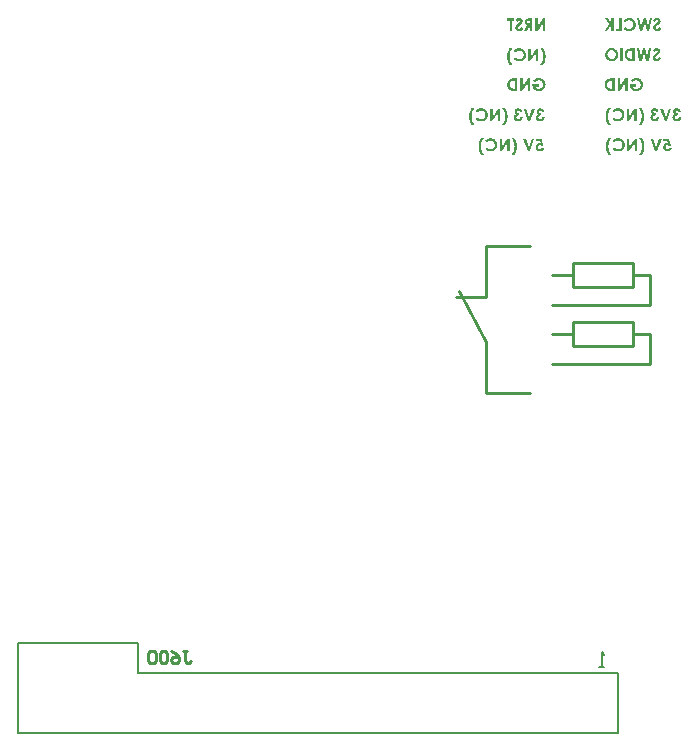
<source format=gbo>
G04*
G04 #@! TF.GenerationSoftware,Altium Limited,Altium Designer,24.1.2 (44)*
G04*
G04 Layer_Color=32896*
%FSLAX44Y44*%
%MOMM*%
G71*
G04*
G04 #@! TF.SameCoordinates,2EF6C2FC-EFCF-4523-B91F-EB5A1425F999*
G04*
G04*
G04 #@! TF.FilePolarity,Positive*
G04*
G01*
G75*
%ADD11C,0.2000*%
%ADD13C,0.2540*%
%ADD91C,0.2032*%
G36*
X826666Y593390D02*
X824650D01*
Y600371D01*
X820084Y593390D01*
X818135D01*
Y604053D01*
X820151D01*
Y597022D01*
X824750Y604053D01*
X826666D01*
Y593390D01*
D02*
G37*
G36*
X811120Y604287D02*
X811653Y604203D01*
X812153Y604070D01*
X812369Y604003D01*
X812586Y603937D01*
X812769Y603870D01*
X812936Y603803D01*
X813086Y603737D01*
X813219Y603670D01*
X813319Y603620D01*
X813386Y603587D01*
X813436Y603570D01*
X813453Y603554D01*
X813936Y603254D01*
X814352Y602920D01*
X814702Y602587D01*
X814985Y602271D01*
X815219Y601987D01*
X815319Y601871D01*
X815385Y601754D01*
X815435Y601671D01*
X815485Y601604D01*
X815502Y601571D01*
X815519Y601554D01*
X815652Y601321D01*
X815752Y601087D01*
X815935Y600588D01*
X816052Y600121D01*
X816152Y599688D01*
X816168Y599488D01*
X816202Y599305D01*
X816218Y599138D01*
Y599005D01*
X816235Y598888D01*
Y598805D01*
Y598755D01*
Y598738D01*
X816218Y598288D01*
X816168Y597855D01*
X816085Y597455D01*
X815985Y597072D01*
X815869Y596705D01*
X815735Y596372D01*
X815585Y596072D01*
X815435Y595789D01*
X815302Y595539D01*
X815152Y595322D01*
X815019Y595139D01*
X814902Y594972D01*
X814802Y594856D01*
X814719Y594756D01*
X814669Y594706D01*
X814652Y594689D01*
X814352Y594406D01*
X814019Y594173D01*
X813686Y593956D01*
X813353Y593789D01*
X813003Y593639D01*
X812669Y593506D01*
X812336Y593406D01*
X812020Y593323D01*
X811736Y593256D01*
X811453Y593206D01*
X811203Y593173D01*
X811003Y593156D01*
X810820Y593140D01*
X810703Y593123D01*
X810586D01*
X810103Y593140D01*
X809637Y593190D01*
X809237Y593256D01*
X808887Y593340D01*
X808720Y593373D01*
X808587Y593423D01*
X808470Y593456D01*
X808370Y593489D01*
X808287Y593523D01*
X808237Y593540D01*
X808204Y593556D01*
X808187D01*
X807987Y593656D01*
X807787Y593756D01*
X807387Y594006D01*
X807004Y594273D01*
X806654Y594539D01*
X806371Y594772D01*
X806238Y594889D01*
X806138Y594989D01*
X806054Y595056D01*
X805988Y595122D01*
X805954Y595156D01*
X805938Y595172D01*
X807321Y596605D01*
X807637Y596305D01*
X807937Y596055D01*
X808221Y595839D01*
X808454Y595689D01*
X808654Y595556D01*
X808804Y595472D01*
X808904Y595422D01*
X808920Y595406D01*
X808937D01*
X809204Y595306D01*
X809487Y595222D01*
X809770Y595172D01*
X810020Y595122D01*
X810237Y595106D01*
X810403Y595089D01*
X810553D01*
X810937Y595106D01*
X811286Y595156D01*
X811603Y595239D01*
X811886Y595322D01*
X812120Y595406D01*
X812286Y595489D01*
X812353Y595506D01*
X812403Y595539D01*
X812419Y595556D01*
X812436D01*
X812736Y595739D01*
X813003Y595956D01*
X813219Y596172D01*
X813419Y596372D01*
X813552Y596555D01*
X813669Y596705D01*
X813736Y596805D01*
X813752Y596822D01*
Y596839D01*
X813902Y597155D01*
X814019Y597489D01*
X814086Y597805D01*
X814152Y598105D01*
X814186Y598355D01*
Y598471D01*
X814202Y598555D01*
Y598638D01*
Y598688D01*
Y598722D01*
Y598738D01*
X814186Y599021D01*
X814152Y599288D01*
X814102Y599538D01*
X814036Y599771D01*
X813869Y600221D01*
X813786Y600404D01*
X813686Y600588D01*
X813586Y600754D01*
X813503Y600888D01*
X813402Y601021D01*
X813336Y601121D01*
X813269Y601204D01*
X813219Y601254D01*
X813186Y601287D01*
X813169Y601304D01*
X812969Y601487D01*
X812753Y601654D01*
X812536Y601787D01*
X812319Y601904D01*
X812103Y602021D01*
X811886Y602104D01*
X811486Y602221D01*
X811303Y602271D01*
X811120Y602304D01*
X810970Y602321D01*
X810836Y602337D01*
X810736Y602354D01*
X810586D01*
X810253Y602337D01*
X809920Y602287D01*
X809604Y602221D01*
X809304Y602121D01*
X809020Y602004D01*
X808754Y601871D01*
X808504Y601737D01*
X808270Y601587D01*
X808054Y601437D01*
X807871Y601304D01*
X807704Y601171D01*
X807571Y601054D01*
X807471Y600971D01*
X807387Y600888D01*
X807337Y600838D01*
X807321Y600821D01*
X805888Y602171D01*
X806238Y602537D01*
X806604Y602854D01*
X806954Y603120D01*
X807287Y603354D01*
X807587Y603520D01*
X807704Y603587D01*
X807821Y603654D01*
X807904Y603703D01*
X807971Y603720D01*
X808004Y603754D01*
X808020D01*
X808470Y603937D01*
X808937Y604087D01*
X809353Y604187D01*
X809737Y604253D01*
X809920Y604270D01*
X810070Y604287D01*
X810203Y604303D01*
X810320Y604320D01*
X810836D01*
X811120Y604287D01*
D02*
G37*
G36*
X831165Y603904D02*
X831498Y603304D01*
X831781Y602754D01*
X831898Y602504D01*
X831998Y602271D01*
X832098Y602037D01*
X832164Y601854D01*
X832231Y601671D01*
X832281Y601537D01*
X832331Y601421D01*
X832364Y601321D01*
X832381Y601271D01*
Y601254D01*
X832548Y600638D01*
X832664Y600005D01*
X832747Y599371D01*
X832781Y599071D01*
X832797Y598788D01*
X832831Y598521D01*
Y598288D01*
X832848Y598072D01*
X832864Y597888D01*
Y597722D01*
Y597622D01*
Y597538D01*
Y597522D01*
X832848Y596739D01*
X832814Y596372D01*
X832797Y596022D01*
X832764Y595689D01*
X832714Y595372D01*
X832681Y595089D01*
X832631Y594823D01*
X832598Y594589D01*
X832564Y594373D01*
X832514Y594189D01*
X832481Y594039D01*
X832448Y593923D01*
X832431Y593823D01*
X832414Y593773D01*
Y593756D01*
X832214Y593156D01*
X831964Y592540D01*
X831698Y591957D01*
X831548Y591690D01*
X831414Y591440D01*
X831298Y591190D01*
X831181Y590974D01*
X831065Y590790D01*
X830965Y590624D01*
X830898Y590490D01*
X830831Y590390D01*
X830798Y590324D01*
X830781Y590307D01*
X828265D01*
X828499Y590607D01*
X828715Y590907D01*
X828932Y591190D01*
X829115Y591457D01*
X829282Y591723D01*
X829432Y591973D01*
X829565Y592206D01*
X829698Y592406D01*
X829798Y592606D01*
X829882Y592790D01*
X829965Y592940D01*
X830032Y593073D01*
X830065Y593173D01*
X830098Y593240D01*
X830132Y593289D01*
Y593306D01*
X830365Y593989D01*
X830531Y594706D01*
X830665Y595406D01*
X830698Y595739D01*
X830748Y596055D01*
X830765Y596339D01*
X830798Y596605D01*
X830815Y596855D01*
Y597055D01*
X830831Y597222D01*
Y597355D01*
Y597422D01*
Y597455D01*
X830798Y598255D01*
X830765Y598638D01*
X830731Y598988D01*
X830681Y599338D01*
X830631Y599655D01*
X830581Y599954D01*
X830515Y600238D01*
X830448Y600471D01*
X830398Y600704D01*
X830348Y600888D01*
X830298Y601054D01*
X830248Y601188D01*
X830231Y601271D01*
X830198Y601338D01*
Y601354D01*
X829932Y601971D01*
X829632Y602570D01*
X829315Y603104D01*
X829148Y603354D01*
X828998Y603570D01*
X828848Y603787D01*
X828715Y603970D01*
X828582Y604137D01*
X828482Y604270D01*
X828382Y604370D01*
X828315Y604453D01*
X828282Y604503D01*
X828265Y604520D01*
X830781D01*
X831165Y603904D01*
D02*
G37*
G36*
X804721Y604220D02*
X804505Y603920D01*
X804305Y603637D01*
X804121Y603354D01*
X803805Y602854D01*
X803655Y602621D01*
X803538Y602404D01*
X803438Y602204D01*
X803355Y602021D01*
X803272Y601871D01*
X803205Y601754D01*
X803172Y601637D01*
X803138Y601571D01*
X803105Y601521D01*
Y601504D01*
X802972Y601171D01*
X802872Y600821D01*
X802689Y600104D01*
X802555Y599405D01*
X802522Y599071D01*
X802472Y598755D01*
X802455Y598471D01*
X802422Y598205D01*
X802405Y597955D01*
Y597755D01*
X802389Y597588D01*
Y597455D01*
Y597388D01*
Y597355D01*
X802422Y596555D01*
X802455Y596172D01*
X802489Y595822D01*
X802539Y595472D01*
X802589Y595156D01*
X802655Y594856D01*
X802705Y594589D01*
X802772Y594339D01*
X802839Y594106D01*
X802888Y593923D01*
X802939Y593756D01*
X802972Y593623D01*
X803005Y593540D01*
X803038Y593473D01*
Y593456D01*
X803305Y592840D01*
X803605Y592257D01*
X803922Y591723D01*
X804088Y591473D01*
X804238Y591257D01*
X804371Y591040D01*
X804521Y590857D01*
X804638Y590707D01*
X804738Y590557D01*
X804838Y590457D01*
X804905Y590374D01*
X804938Y590324D01*
X804955Y590307D01*
X802455D01*
X802072Y590924D01*
X801739Y591523D01*
X801456Y592073D01*
X801339Y592323D01*
X801239Y592556D01*
X801139Y592773D01*
X801072Y592973D01*
X801006Y593140D01*
X800956Y593289D01*
X800906Y593406D01*
X800872Y593489D01*
X800856Y593540D01*
Y593556D01*
X800689Y594173D01*
X800572Y594823D01*
X800472Y595439D01*
X800439Y595739D01*
X800423Y596022D01*
X800389Y596289D01*
Y596522D01*
X800372Y596739D01*
X800356Y596939D01*
Y597089D01*
Y597188D01*
Y597272D01*
Y597289D01*
X800372Y598072D01*
X800406Y598438D01*
X800423Y598788D01*
X800456Y599121D01*
X800506Y599438D01*
X800539Y599721D01*
X800589Y599988D01*
X800639Y600221D01*
X800672Y600438D01*
X800706Y600621D01*
X800756Y600771D01*
X800772Y600888D01*
X800806Y600988D01*
X800822Y601038D01*
Y601054D01*
X801022Y601671D01*
X801272Y602271D01*
X801539Y602854D01*
X801672Y603137D01*
X801805Y603387D01*
X801939Y603637D01*
X802055Y603853D01*
X802172Y604037D01*
X802272Y604203D01*
X802339Y604337D01*
X802405Y604437D01*
X802439Y604503D01*
X802455Y604520D01*
X804955D01*
X804721Y604220D01*
D02*
G37*
G36*
X938870Y521922D02*
X937220Y521555D01*
X936987Y521772D01*
X936787Y521938D01*
X936704Y521988D01*
X936637Y522022D01*
X936604Y522055D01*
X936587D01*
X936337Y522155D01*
X936121Y522205D01*
X936037Y522222D01*
X935920D01*
X935704Y522205D01*
X935504Y522155D01*
X935321Y522072D01*
X935171Y521988D01*
X935037Y521888D01*
X934954Y521822D01*
X934887Y521755D01*
X934871Y521738D01*
X934721Y521555D01*
X934604Y521355D01*
X934538Y521155D01*
X934471Y520972D01*
X934438Y520789D01*
X934421Y520655D01*
Y520572D01*
Y520555D01*
Y520539D01*
X934438Y520272D01*
X934488Y520022D01*
X934571Y519805D01*
X934654Y519622D01*
X934754Y519489D01*
X934821Y519372D01*
X934887Y519306D01*
X934904Y519289D01*
X935087Y519139D01*
X935271Y519022D01*
X935471Y518939D01*
X935637Y518889D01*
X935804Y518856D01*
X935920Y518822D01*
X936037D01*
X936220Y518839D01*
X936387Y518856D01*
X936537Y518906D01*
X936670Y518956D01*
X936787Y518989D01*
X936870Y519039D01*
X936920Y519056D01*
X936937Y519072D01*
X937070Y519172D01*
X937204Y519306D01*
X937320Y519422D01*
X937403Y519556D01*
X937470Y519656D01*
X937520Y519756D01*
X937553Y519822D01*
X937570Y519839D01*
X939703D01*
X939570Y519356D01*
X939370Y518922D01*
X939170Y518556D01*
X938953Y518256D01*
X938753Y518006D01*
X938670Y517906D01*
X938587Y517839D01*
X938520Y517773D01*
X938470Y517723D01*
X938453Y517706D01*
X938437Y517689D01*
X938253Y517556D01*
X938053Y517439D01*
X937653Y517239D01*
X937253Y517106D01*
X936887Y517023D01*
X936570Y516956D01*
X936437Y516940D01*
X936320D01*
X936220Y516923D01*
X936087D01*
X935804Y516940D01*
X935537Y516973D01*
X935287Y517023D01*
X935037Y517090D01*
X934604Y517256D01*
X934404Y517356D01*
X934221Y517456D01*
X934071Y517539D01*
X933921Y517639D01*
X933804Y517723D01*
X933688Y517806D01*
X933604Y517873D01*
X933554Y517923D01*
X933521Y517956D01*
X933504Y517973D01*
X933321Y518173D01*
X933155Y518389D01*
X933005Y518606D01*
X932888Y518839D01*
X932788Y519056D01*
X932705Y519272D01*
X932571Y519689D01*
X932521Y519872D01*
X932488Y520055D01*
X932471Y520205D01*
X932455Y520339D01*
X932438Y520455D01*
Y520539D01*
Y520589D01*
Y520605D01*
X932455Y520889D01*
X932471Y521155D01*
X932521Y521405D01*
X932588Y521638D01*
X932655Y521872D01*
X932738Y522072D01*
X932838Y522271D01*
X932921Y522438D01*
X933005Y522588D01*
X933105Y522738D01*
X933188Y522855D01*
X933254Y522938D01*
X933321Y523021D01*
X933354Y523071D01*
X933388Y523105D01*
X933404Y523121D01*
X933588Y523305D01*
X933788Y523455D01*
X933988Y523588D01*
X934188Y523704D01*
X934388Y523805D01*
X934587Y523871D01*
X934971Y524004D01*
X935137Y524038D01*
X935304Y524071D01*
X935437Y524088D01*
X935571Y524104D01*
X935671Y524121D01*
X935920D01*
X936037Y524104D01*
X936121Y524088D01*
X936154D01*
X936270Y524054D01*
X936387Y524038D01*
X936470Y524021D01*
X936487Y524004D01*
X936504D01*
X936070Y525971D01*
X932588D01*
Y527854D01*
X937587D01*
X938870Y521922D01*
D02*
G37*
G36*
X910327Y517189D02*
X908311D01*
Y524171D01*
X903745Y517189D01*
X901796D01*
Y527854D01*
X903812D01*
Y520822D01*
X908411Y527854D01*
X910327D01*
Y517189D01*
D02*
G37*
G36*
X927573D02*
X925623D01*
X921774Y527854D01*
X923840D01*
X926573Y520272D01*
X929256Y527854D01*
X931338D01*
X927573Y517189D01*
D02*
G37*
G36*
X894781Y528087D02*
X895314Y528003D01*
X895814Y527870D01*
X896031Y527803D01*
X896247Y527737D01*
X896431Y527670D01*
X896597Y527603D01*
X896747Y527537D01*
X896880Y527470D01*
X896981Y527420D01*
X897047Y527387D01*
X897097Y527370D01*
X897114Y527354D01*
X897597Y527054D01*
X898014Y526720D01*
X898363Y526387D01*
X898647Y526071D01*
X898880Y525787D01*
X898980Y525671D01*
X899047Y525554D01*
X899097Y525471D01*
X899147Y525404D01*
X899163Y525371D01*
X899180Y525354D01*
X899313Y525121D01*
X899413Y524888D01*
X899596Y524388D01*
X899713Y523921D01*
X899813Y523488D01*
X899830Y523288D01*
X899863Y523105D01*
X899880Y522938D01*
Y522805D01*
X899896Y522688D01*
Y522605D01*
Y522555D01*
Y522538D01*
X899880Y522088D01*
X899830Y521655D01*
X899746Y521255D01*
X899647Y520872D01*
X899530Y520505D01*
X899397Y520172D01*
X899247Y519872D01*
X899097Y519589D01*
X898963Y519339D01*
X898813Y519122D01*
X898680Y518939D01*
X898563Y518772D01*
X898463Y518656D01*
X898380Y518556D01*
X898330Y518506D01*
X898314Y518489D01*
X898014Y518206D01*
X897680Y517973D01*
X897347Y517756D01*
X897014Y517589D01*
X896664Y517439D01*
X896331Y517306D01*
X895997Y517206D01*
X895681Y517123D01*
X895397Y517056D01*
X895114Y517006D01*
X894864Y516973D01*
X894664Y516956D01*
X894481Y516940D01*
X894364Y516923D01*
X894248D01*
X893765Y516940D01*
X893298Y516990D01*
X892898Y517056D01*
X892548Y517140D01*
X892382Y517173D01*
X892248Y517223D01*
X892132Y517256D01*
X892032Y517290D01*
X891948Y517323D01*
X891898Y517340D01*
X891865Y517356D01*
X891849D01*
X891648Y517456D01*
X891449Y517556D01*
X891049Y517806D01*
X890665Y518073D01*
X890315Y518339D01*
X890032Y518573D01*
X889899Y518689D01*
X889799Y518789D01*
X889716Y518856D01*
X889649Y518922D01*
X889616Y518956D01*
X889599Y518972D01*
X890982Y520405D01*
X891299Y520105D01*
X891599Y519855D01*
X891882Y519639D01*
X892115Y519489D01*
X892315Y519356D01*
X892465Y519272D01*
X892565Y519222D01*
X892582Y519206D01*
X892598D01*
X892865Y519106D01*
X893148Y519022D01*
X893431Y518972D01*
X893681Y518922D01*
X893898Y518906D01*
X894065Y518889D01*
X894214D01*
X894598Y518906D01*
X894948Y518956D01*
X895264Y519039D01*
X895547Y519122D01*
X895781Y519206D01*
X895947Y519289D01*
X896014Y519306D01*
X896064Y519339D01*
X896081Y519356D01*
X896097D01*
X896397Y519539D01*
X896664Y519756D01*
X896880Y519972D01*
X897081Y520172D01*
X897214Y520355D01*
X897330Y520505D01*
X897397Y520605D01*
X897414Y520622D01*
Y520639D01*
X897564Y520955D01*
X897680Y521288D01*
X897747Y521605D01*
X897814Y521905D01*
X897847Y522155D01*
Y522271D01*
X897864Y522355D01*
Y522438D01*
Y522488D01*
Y522522D01*
Y522538D01*
X897847Y522821D01*
X897814Y523088D01*
X897764Y523338D01*
X897697Y523571D01*
X897530Y524021D01*
X897447Y524204D01*
X897347Y524388D01*
X897247Y524554D01*
X897164Y524688D01*
X897064Y524821D01*
X896997Y524921D01*
X896930Y525004D01*
X896880Y525054D01*
X896847Y525088D01*
X896831Y525104D01*
X896631Y525287D01*
X896414Y525454D01*
X896197Y525587D01*
X895981Y525704D01*
X895764Y525821D01*
X895547Y525904D01*
X895148Y526021D01*
X894964Y526071D01*
X894781Y526104D01*
X894631Y526121D01*
X894498Y526137D01*
X894398Y526154D01*
X894248D01*
X893915Y526137D01*
X893581Y526087D01*
X893265Y526021D01*
X892965Y525921D01*
X892682Y525804D01*
X892415Y525671D01*
X892165Y525537D01*
X891932Y525387D01*
X891715Y525238D01*
X891532Y525104D01*
X891365Y524971D01*
X891232Y524854D01*
X891132Y524771D01*
X891049Y524688D01*
X890999Y524638D01*
X890982Y524621D01*
X889549Y525971D01*
X889899Y526337D01*
X890266Y526654D01*
X890615Y526920D01*
X890949Y527154D01*
X891249Y527320D01*
X891365Y527387D01*
X891482Y527454D01*
X891565Y527504D01*
X891632Y527520D01*
X891665Y527553D01*
X891682D01*
X892132Y527737D01*
X892598Y527887D01*
X893015Y527987D01*
X893398Y528053D01*
X893581Y528070D01*
X893731Y528087D01*
X893865Y528103D01*
X893981Y528120D01*
X894498D01*
X894781Y528087D01*
D02*
G37*
G36*
X914826Y527704D02*
X915159Y527104D01*
X915442Y526554D01*
X915559Y526304D01*
X915659Y526071D01*
X915759Y525837D01*
X915826Y525654D01*
X915892Y525471D01*
X915942Y525337D01*
X915992Y525221D01*
X916026Y525121D01*
X916042Y525071D01*
Y525054D01*
X916209Y524438D01*
X916326Y523805D01*
X916409Y523171D01*
X916442Y522871D01*
X916459Y522588D01*
X916492Y522322D01*
Y522088D01*
X916509Y521872D01*
X916525Y521688D01*
Y521522D01*
Y521422D01*
Y521339D01*
Y521322D01*
X916509Y520539D01*
X916476Y520172D01*
X916459Y519822D01*
X916425Y519489D01*
X916376Y519172D01*
X916342Y518889D01*
X916292Y518623D01*
X916259Y518389D01*
X916226Y518173D01*
X916176Y517989D01*
X916142Y517839D01*
X916109Y517723D01*
X916092Y517623D01*
X916076Y517573D01*
Y517556D01*
X915876Y516956D01*
X915626Y516340D01*
X915359Y515757D01*
X915209Y515490D01*
X915076Y515240D01*
X914959Y514990D01*
X914843Y514773D01*
X914726Y514590D01*
X914626Y514424D01*
X914559Y514290D01*
X914493Y514190D01*
X914459Y514124D01*
X914443Y514107D01*
X911927D01*
X912160Y514407D01*
X912376Y514707D01*
X912593Y514990D01*
X912776Y515257D01*
X912943Y515523D01*
X913093Y515773D01*
X913226Y516007D01*
X913360Y516206D01*
X913460Y516406D01*
X913543Y516590D01*
X913626Y516740D01*
X913693Y516873D01*
X913726Y516973D01*
X913760Y517040D01*
X913793Y517090D01*
Y517106D01*
X914026Y517789D01*
X914193Y518506D01*
X914326Y519206D01*
X914359Y519539D01*
X914409Y519855D01*
X914426Y520139D01*
X914459Y520405D01*
X914476Y520655D01*
Y520855D01*
X914493Y521022D01*
Y521155D01*
Y521222D01*
Y521255D01*
X914459Y522055D01*
X914426Y522438D01*
X914393Y522788D01*
X914343Y523138D01*
X914293Y523455D01*
X914243Y523755D01*
X914176Y524038D01*
X914109Y524271D01*
X914059Y524504D01*
X914009Y524688D01*
X913960Y524854D01*
X913910Y524987D01*
X913893Y525071D01*
X913859Y525137D01*
Y525154D01*
X913593Y525771D01*
X913293Y526371D01*
X912976Y526904D01*
X912810Y527154D01*
X912660Y527370D01*
X912510Y527587D01*
X912376Y527770D01*
X912243Y527937D01*
X912143Y528070D01*
X912043Y528170D01*
X911977Y528253D01*
X911943Y528303D01*
X911927Y528320D01*
X914443D01*
X914826Y527704D01*
D02*
G37*
G36*
X888383Y528020D02*
X888166Y527720D01*
X887966Y527437D01*
X887783Y527154D01*
X887466Y526654D01*
X887316Y526421D01*
X887200Y526204D01*
X887100Y526004D01*
X887016Y525821D01*
X886933Y525671D01*
X886866Y525554D01*
X886833Y525437D01*
X886800Y525371D01*
X886766Y525321D01*
Y525304D01*
X886633Y524971D01*
X886533Y524621D01*
X886350Y523904D01*
X886217Y523205D01*
X886183Y522871D01*
X886133Y522555D01*
X886117Y522271D01*
X886083Y522005D01*
X886067Y521755D01*
Y521555D01*
X886050Y521388D01*
Y521255D01*
Y521189D01*
Y521155D01*
X886083Y520355D01*
X886117Y519972D01*
X886150Y519622D01*
X886200Y519272D01*
X886250Y518956D01*
X886317Y518656D01*
X886367Y518389D01*
X886433Y518139D01*
X886500Y517906D01*
X886550Y517723D01*
X886600Y517556D01*
X886633Y517423D01*
X886666Y517340D01*
X886700Y517273D01*
Y517256D01*
X886966Y516640D01*
X887266Y516057D01*
X887583Y515523D01*
X887749Y515273D01*
X887899Y515057D01*
X888033Y514840D01*
X888183Y514657D01*
X888299Y514507D01*
X888399Y514357D01*
X888499Y514257D01*
X888566Y514174D01*
X888599Y514124D01*
X888616Y514107D01*
X886117D01*
X885733Y514724D01*
X885400Y515323D01*
X885117Y515873D01*
X885000Y516123D01*
X884900Y516356D01*
X884800Y516573D01*
X884734Y516773D01*
X884667Y516940D01*
X884617Y517090D01*
X884567Y517206D01*
X884534Y517290D01*
X884517Y517340D01*
Y517356D01*
X884350Y517973D01*
X884234Y518623D01*
X884134Y519239D01*
X884100Y519539D01*
X884084Y519822D01*
X884051Y520089D01*
Y520322D01*
X884034Y520539D01*
X884017Y520739D01*
Y520889D01*
Y520989D01*
Y521072D01*
Y521088D01*
X884034Y521872D01*
X884067Y522238D01*
X884084Y522588D01*
X884117Y522921D01*
X884167Y523238D01*
X884200Y523521D01*
X884250Y523788D01*
X884300Y524021D01*
X884334Y524238D01*
X884367Y524421D01*
X884417Y524571D01*
X884434Y524688D01*
X884467Y524788D01*
X884484Y524838D01*
Y524854D01*
X884684Y525471D01*
X884934Y526071D01*
X885200Y526654D01*
X885333Y526937D01*
X885467Y527187D01*
X885600Y527437D01*
X885717Y527654D01*
X885833Y527837D01*
X885933Y528003D01*
X886000Y528137D01*
X886067Y528237D01*
X886100Y528303D01*
X886117Y528320D01*
X888616D01*
X888383Y528020D01*
D02*
G37*
G36*
X830920Y521922D02*
X829270Y521555D01*
X829037Y521772D01*
X828837Y521938D01*
X828754Y521988D01*
X828687Y522022D01*
X828654Y522055D01*
X828637D01*
X828387Y522155D01*
X828170Y522205D01*
X828087Y522222D01*
X827971D01*
X827754Y522205D01*
X827554Y522155D01*
X827371Y522072D01*
X827221Y521988D01*
X827087Y521888D01*
X827004Y521822D01*
X826937Y521755D01*
X826921Y521738D01*
X826771Y521555D01*
X826654Y521355D01*
X826588Y521155D01*
X826521Y520972D01*
X826488Y520789D01*
X826471Y520655D01*
Y520572D01*
Y520555D01*
Y520539D01*
X826488Y520272D01*
X826537Y520022D01*
X826621Y519805D01*
X826704Y519622D01*
X826804Y519489D01*
X826871Y519372D01*
X826937Y519306D01*
X826954Y519289D01*
X827137Y519139D01*
X827321Y519022D01*
X827521Y518939D01*
X827687Y518889D01*
X827854Y518856D01*
X827971Y518822D01*
X828087D01*
X828270Y518839D01*
X828437Y518856D01*
X828587Y518906D01*
X828720Y518956D01*
X828837Y518989D01*
X828920Y519039D01*
X828970Y519056D01*
X828987Y519072D01*
X829120Y519172D01*
X829253Y519306D01*
X829370Y519422D01*
X829454Y519556D01*
X829520Y519656D01*
X829570Y519756D01*
X829603Y519822D01*
X829620Y519839D01*
X831753D01*
X831620Y519356D01*
X831420Y518922D01*
X831220Y518556D01*
X831003Y518256D01*
X830803Y518006D01*
X830720Y517906D01*
X830637Y517839D01*
X830570Y517773D01*
X830520Y517723D01*
X830503Y517706D01*
X830487Y517689D01*
X830303Y517556D01*
X830103Y517439D01*
X829703Y517239D01*
X829304Y517106D01*
X828937Y517023D01*
X828620Y516956D01*
X828487Y516940D01*
X828370D01*
X828270Y516923D01*
X828137D01*
X827854Y516940D01*
X827587Y516973D01*
X827337Y517023D01*
X827087Y517090D01*
X826654Y517256D01*
X826454Y517356D01*
X826271Y517456D01*
X826121Y517539D01*
X825971Y517639D01*
X825854Y517723D01*
X825738Y517806D01*
X825654Y517873D01*
X825604Y517923D01*
X825571Y517956D01*
X825555Y517973D01*
X825371Y518173D01*
X825204Y518389D01*
X825055Y518606D01*
X824938Y518839D01*
X824838Y519056D01*
X824755Y519272D01*
X824621Y519689D01*
X824571Y519872D01*
X824538Y520055D01*
X824521Y520205D01*
X824505Y520339D01*
X824488Y520455D01*
Y520539D01*
Y520589D01*
Y520605D01*
X824505Y520889D01*
X824521Y521155D01*
X824571Y521405D01*
X824638Y521638D01*
X824705Y521872D01*
X824788Y522072D01*
X824888Y522271D01*
X824971Y522438D01*
X825055Y522588D01*
X825155Y522738D01*
X825238Y522855D01*
X825304Y522938D01*
X825371Y523021D01*
X825405Y523071D01*
X825438Y523105D01*
X825454Y523121D01*
X825638Y523305D01*
X825838Y523455D01*
X826038Y523588D01*
X826238Y523704D01*
X826438Y523805D01*
X826637Y523871D01*
X827021Y524004D01*
X827187Y524038D01*
X827354Y524071D01*
X827487Y524088D01*
X827621Y524104D01*
X827721Y524121D01*
X827971D01*
X828087Y524104D01*
X828170Y524088D01*
X828204D01*
X828320Y524054D01*
X828437Y524038D01*
X828520Y524021D01*
X828537Y524004D01*
X828554D01*
X828120Y525971D01*
X824638D01*
Y527854D01*
X829637D01*
X830920Y521922D01*
D02*
G37*
G36*
X802377Y517189D02*
X800361D01*
Y524171D01*
X795795Y517189D01*
X793846D01*
Y527854D01*
X795862D01*
Y520822D01*
X800461Y527854D01*
X802377D01*
Y517189D01*
D02*
G37*
G36*
X819623D02*
X817673D01*
X813824Y527854D01*
X815890D01*
X818623Y520272D01*
X821305Y527854D01*
X823388D01*
X819623Y517189D01*
D02*
G37*
G36*
X786831Y528087D02*
X787364Y528003D01*
X787864Y527870D01*
X788081Y527803D01*
X788297Y527737D01*
X788481Y527670D01*
X788647Y527603D01*
X788797Y527537D01*
X788931Y527470D01*
X789031Y527420D01*
X789097Y527387D01*
X789147Y527370D01*
X789164Y527354D01*
X789647Y527054D01*
X790063Y526720D01*
X790414Y526387D01*
X790697Y526071D01*
X790930Y525787D01*
X791030Y525671D01*
X791097Y525554D01*
X791147Y525471D01*
X791197Y525404D01*
X791213Y525371D01*
X791230Y525354D01*
X791363Y525121D01*
X791463Y524888D01*
X791646Y524388D01*
X791763Y523921D01*
X791863Y523488D01*
X791880Y523288D01*
X791913Y523105D01*
X791930Y522938D01*
Y522805D01*
X791946Y522688D01*
Y522605D01*
Y522555D01*
Y522538D01*
X791930Y522088D01*
X791880Y521655D01*
X791796Y521255D01*
X791696Y520872D01*
X791580Y520505D01*
X791447Y520172D01*
X791297Y519872D01*
X791147Y519589D01*
X791013Y519339D01*
X790863Y519122D01*
X790730Y518939D01*
X790613Y518772D01*
X790513Y518656D01*
X790430Y518556D01*
X790380Y518506D01*
X790363Y518489D01*
X790063Y518206D01*
X789730Y517973D01*
X789397Y517756D01*
X789064Y517589D01*
X788714Y517439D01*
X788381Y517306D01*
X788047Y517206D01*
X787731Y517123D01*
X787448Y517056D01*
X787164Y517006D01*
X786914Y516973D01*
X786714Y516956D01*
X786531Y516940D01*
X786414Y516923D01*
X786298D01*
X785815Y516940D01*
X785348Y516990D01*
X784948Y517056D01*
X784598Y517140D01*
X784432Y517173D01*
X784298Y517223D01*
X784182Y517256D01*
X784082Y517290D01*
X783998Y517323D01*
X783948Y517340D01*
X783915Y517356D01*
X783898D01*
X783699Y517456D01*
X783499Y517556D01*
X783099Y517806D01*
X782715Y518073D01*
X782365Y518339D01*
X782082Y518573D01*
X781949Y518689D01*
X781849Y518789D01*
X781766Y518856D01*
X781699Y518922D01*
X781666Y518956D01*
X781649Y518972D01*
X783032Y520405D01*
X783349Y520105D01*
X783649Y519855D01*
X783932Y519639D01*
X784165Y519489D01*
X784365Y519356D01*
X784515Y519272D01*
X784615Y519222D01*
X784632Y519206D01*
X784648D01*
X784915Y519106D01*
X785198Y519022D01*
X785481Y518972D01*
X785731Y518922D01*
X785948Y518906D01*
X786115Y518889D01*
X786264D01*
X786648Y518906D01*
X786998Y518956D01*
X787314Y519039D01*
X787598Y519122D01*
X787831Y519206D01*
X787997Y519289D01*
X788064Y519306D01*
X788114Y519339D01*
X788131Y519356D01*
X788147D01*
X788447Y519539D01*
X788714Y519756D01*
X788931Y519972D01*
X789130Y520172D01*
X789264Y520355D01*
X789380Y520505D01*
X789447Y520605D01*
X789464Y520622D01*
Y520639D01*
X789614Y520955D01*
X789730Y521288D01*
X789797Y521605D01*
X789864Y521905D01*
X789897Y522155D01*
Y522271D01*
X789914Y522355D01*
Y522438D01*
Y522488D01*
Y522522D01*
Y522538D01*
X789897Y522821D01*
X789864Y523088D01*
X789814Y523338D01*
X789747Y523571D01*
X789580Y524021D01*
X789497Y524204D01*
X789397Y524388D01*
X789297Y524554D01*
X789214Y524688D01*
X789114Y524821D01*
X789047Y524921D01*
X788980Y525004D01*
X788931Y525054D01*
X788897Y525088D01*
X788880Y525104D01*
X788681Y525287D01*
X788464Y525454D01*
X788247Y525587D01*
X788031Y525704D01*
X787814Y525821D01*
X787598Y525904D01*
X787198Y526021D01*
X787014Y526071D01*
X786831Y526104D01*
X786681Y526121D01*
X786548Y526137D01*
X786448Y526154D01*
X786298D01*
X785965Y526137D01*
X785631Y526087D01*
X785315Y526021D01*
X785015Y525921D01*
X784732Y525804D01*
X784465Y525671D01*
X784215Y525537D01*
X783982Y525387D01*
X783765Y525238D01*
X783582Y525104D01*
X783415Y524971D01*
X783282Y524854D01*
X783182Y524771D01*
X783099Y524688D01*
X783049Y524638D01*
X783032Y524621D01*
X781599Y525971D01*
X781949Y526337D01*
X782316Y526654D01*
X782665Y526920D01*
X782999Y527154D01*
X783299Y527320D01*
X783415Y527387D01*
X783532Y527454D01*
X783615Y527504D01*
X783682Y527520D01*
X783715Y527553D01*
X783732D01*
X784182Y527737D01*
X784648Y527887D01*
X785065Y527987D01*
X785448Y528053D01*
X785631Y528070D01*
X785781Y528087D01*
X785915Y528103D01*
X786031Y528120D01*
X786548D01*
X786831Y528087D01*
D02*
G37*
G36*
X806876Y527704D02*
X807209Y527104D01*
X807492Y526554D01*
X807609Y526304D01*
X807709Y526071D01*
X807809Y525837D01*
X807876Y525654D01*
X807942Y525471D01*
X807992Y525337D01*
X808042Y525221D01*
X808076Y525121D01*
X808092Y525071D01*
Y525054D01*
X808259Y524438D01*
X808375Y523805D01*
X808459Y523171D01*
X808492Y522871D01*
X808509Y522588D01*
X808542Y522322D01*
Y522088D01*
X808559Y521872D01*
X808576Y521688D01*
Y521522D01*
Y521422D01*
Y521339D01*
Y521322D01*
X808559Y520539D01*
X808525Y520172D01*
X808509Y519822D01*
X808475Y519489D01*
X808426Y519172D01*
X808392Y518889D01*
X808342Y518623D01*
X808309Y518389D01*
X808276Y518173D01*
X808226Y517989D01*
X808192Y517839D01*
X808159Y517723D01*
X808142Y517623D01*
X808126Y517573D01*
Y517556D01*
X807926Y516956D01*
X807676Y516340D01*
X807409Y515757D01*
X807259Y515490D01*
X807126Y515240D01*
X807009Y514990D01*
X806893Y514773D01*
X806776Y514590D01*
X806676Y514424D01*
X806609Y514290D01*
X806543Y514190D01*
X806509Y514124D01*
X806493Y514107D01*
X803977D01*
X804210Y514407D01*
X804426Y514707D01*
X804643Y514990D01*
X804826Y515257D01*
X804993Y515523D01*
X805143Y515773D01*
X805276Y516007D01*
X805410Y516206D01*
X805510Y516406D01*
X805593Y516590D01*
X805676Y516740D01*
X805743Y516873D01*
X805776Y516973D01*
X805809Y517040D01*
X805843Y517090D01*
Y517106D01*
X806076Y517789D01*
X806243Y518506D01*
X806376Y519206D01*
X806409Y519539D01*
X806459Y519855D01*
X806476Y520139D01*
X806509Y520405D01*
X806526Y520655D01*
Y520855D01*
X806543Y521022D01*
Y521155D01*
Y521222D01*
Y521255D01*
X806509Y522055D01*
X806476Y522438D01*
X806443Y522788D01*
X806393Y523138D01*
X806343Y523455D01*
X806293Y523755D01*
X806226Y524038D01*
X806159Y524271D01*
X806109Y524504D01*
X806059Y524688D01*
X806010Y524854D01*
X805959Y524987D01*
X805943Y525071D01*
X805910Y525137D01*
Y525154D01*
X805643Y525771D01*
X805343Y526371D01*
X805026Y526904D01*
X804860Y527154D01*
X804710Y527370D01*
X804560Y527587D01*
X804426Y527770D01*
X804293Y527937D01*
X804193Y528070D01*
X804093Y528170D01*
X804027Y528253D01*
X803993Y528303D01*
X803977Y528320D01*
X806493D01*
X806876Y527704D01*
D02*
G37*
G36*
X780433Y528020D02*
X780216Y527720D01*
X780016Y527437D01*
X779833Y527154D01*
X779516Y526654D01*
X779366Y526421D01*
X779250Y526204D01*
X779150Y526004D01*
X779066Y525821D01*
X778983Y525671D01*
X778916Y525554D01*
X778883Y525437D01*
X778850Y525371D01*
X778816Y525321D01*
Y525304D01*
X778683Y524971D01*
X778583Y524621D01*
X778400Y523904D01*
X778267Y523205D01*
X778233Y522871D01*
X778183Y522555D01*
X778167Y522271D01*
X778133Y522005D01*
X778117Y521755D01*
Y521555D01*
X778100Y521388D01*
Y521255D01*
Y521189D01*
Y521155D01*
X778133Y520355D01*
X778167Y519972D01*
X778200Y519622D01*
X778250Y519272D01*
X778300Y518956D01*
X778366Y518656D01*
X778417Y518389D01*
X778483Y518139D01*
X778550Y517906D01*
X778600Y517723D01*
X778650Y517556D01*
X778683Y517423D01*
X778717Y517340D01*
X778750Y517273D01*
Y517256D01*
X779016Y516640D01*
X779316Y516057D01*
X779633Y515523D01*
X779799Y515273D01*
X779949Y515057D01*
X780083Y514840D01*
X780233Y514657D01*
X780349Y514507D01*
X780449Y514357D01*
X780549Y514257D01*
X780616Y514174D01*
X780649Y514124D01*
X780666Y514107D01*
X778167D01*
X777783Y514724D01*
X777450Y515323D01*
X777167Y515873D01*
X777050Y516123D01*
X776950Y516356D01*
X776850Y516573D01*
X776784Y516773D01*
X776717Y516940D01*
X776667Y517090D01*
X776617Y517206D01*
X776584Y517290D01*
X776567Y517340D01*
Y517356D01*
X776400Y517973D01*
X776284Y518623D01*
X776184Y519239D01*
X776150Y519539D01*
X776134Y519822D01*
X776100Y520089D01*
Y520322D01*
X776084Y520539D01*
X776067Y520739D01*
Y520889D01*
Y520989D01*
Y521072D01*
Y521088D01*
X776084Y521872D01*
X776117Y522238D01*
X776134Y522588D01*
X776167Y522921D01*
X776217Y523238D01*
X776250Y523521D01*
X776300Y523788D01*
X776350Y524021D01*
X776384Y524238D01*
X776417Y524421D01*
X776467Y524571D01*
X776484Y524688D01*
X776517Y524788D01*
X776534Y524838D01*
Y524854D01*
X776734Y525471D01*
X776984Y526071D01*
X777250Y526654D01*
X777383Y526937D01*
X777517Y527187D01*
X777650Y527437D01*
X777767Y527654D01*
X777883Y527837D01*
X777983Y528003D01*
X778050Y528137D01*
X778117Y528237D01*
X778150Y528303D01*
X778167Y528320D01*
X780666D01*
X780433Y528020D01*
D02*
G37*
G36*
X828601Y553503D02*
X828868Y553470D01*
X829118Y553420D01*
X829334Y553370D01*
X829767Y553204D01*
X829951Y553103D01*
X830117Y553020D01*
X830267Y552920D01*
X830401Y552820D01*
X830517Y552737D01*
X830617Y552670D01*
X830684Y552604D01*
X830734Y552554D01*
X830767Y552520D01*
X830784Y552504D01*
X831017Y552220D01*
X831200Y551904D01*
X831350Y551587D01*
X831450Y551287D01*
X831534Y551021D01*
X831567Y550921D01*
X831584Y550821D01*
X831600Y550737D01*
X831617Y550671D01*
Y550638D01*
Y550621D01*
X829667D01*
X829617Y550771D01*
X829551Y550904D01*
X829467Y551021D01*
X829384Y551121D01*
X829317Y551204D01*
X829251Y551254D01*
X829218Y551287D01*
X829201Y551304D01*
X829068Y551387D01*
X828918Y551454D01*
X828784Y551504D01*
X828668Y551537D01*
X828551Y551554D01*
X828468Y551571D01*
X828401D01*
X828218Y551554D01*
X828068Y551521D01*
X827934Y551471D01*
X827818Y551421D01*
X827718Y551371D01*
X827651Y551321D01*
X827618Y551287D01*
X827601Y551271D01*
X827501Y551154D01*
X827418Y551037D01*
X827368Y550921D01*
X827318Y550804D01*
X827301Y550704D01*
X827285Y550621D01*
Y550571D01*
Y550554D01*
Y550438D01*
X827318Y550321D01*
X827385Y550121D01*
X827418Y550038D01*
X827451Y549971D01*
X827468Y549938D01*
X827485Y549921D01*
X827651Y549721D01*
X827835Y549571D01*
X827918Y549521D01*
X827984Y549488D01*
X828035Y549454D01*
X828051D01*
X828201Y549404D01*
X828368Y549355D01*
X828551Y549321D01*
X828734Y549288D01*
X828884Y549271D01*
X829018Y549254D01*
X829101Y549238D01*
X829134D01*
Y547505D01*
X828718Y547472D01*
X828368Y547422D01*
X828051Y547338D01*
X827801Y547238D01*
X827601Y547155D01*
X827451Y547072D01*
X827368Y547005D01*
X827335Y546988D01*
X827118Y546788D01*
X826968Y546589D01*
X826852Y546372D01*
X826785Y546189D01*
X826735Y546022D01*
X826718Y545872D01*
X826702Y545789D01*
Y545772D01*
Y545755D01*
X826718Y545522D01*
X826768Y545305D01*
X826852Y545106D01*
X826935Y544956D01*
X827018Y544822D01*
X827101Y544722D01*
X827151Y544656D01*
X827168Y544639D01*
X827351Y544489D01*
X827551Y544372D01*
X827751Y544306D01*
X827934Y544239D01*
X828101Y544206D01*
X828234Y544189D01*
X828351D01*
X828584Y544206D01*
X828801Y544256D01*
X829001Y544322D01*
X829151Y544389D01*
X829284Y544456D01*
X829384Y544522D01*
X829451Y544572D01*
X829467Y544589D01*
X829617Y544756D01*
X829751Y544956D01*
X829851Y545155D01*
X829917Y545355D01*
X829967Y545539D01*
X830001Y545689D01*
X830034Y545789D01*
Y545805D01*
Y545822D01*
X832050D01*
X832017Y545522D01*
X831983Y545239D01*
X831917Y544972D01*
X831850Y544739D01*
X831767Y544506D01*
X831684Y544289D01*
X831584Y544106D01*
X831500Y543923D01*
X831400Y543773D01*
X831317Y543639D01*
X831234Y543523D01*
X831150Y543423D01*
X831084Y543356D01*
X831034Y543306D01*
X831017Y543273D01*
X831000Y543256D01*
X830817Y543089D01*
X830601Y542956D01*
X830401Y542823D01*
X830184Y542723D01*
X829767Y542556D01*
X829368Y542440D01*
X829184Y542406D01*
X829018Y542373D01*
X828851Y542356D01*
X828718Y542340D01*
X828618Y542323D01*
X828468D01*
X828168Y542340D01*
X827885Y542373D01*
X827601Y542406D01*
X827351Y542473D01*
X827118Y542556D01*
X826885Y542640D01*
X826685Y542723D01*
X826502Y542823D01*
X826335Y542906D01*
X826185Y542989D01*
X826068Y543073D01*
X825952Y543156D01*
X825868Y543223D01*
X825818Y543256D01*
X825785Y543289D01*
X825768Y543306D01*
X825585Y543506D01*
X825418Y543706D01*
X825269Y543906D01*
X825152Y544106D01*
X825052Y544306D01*
X824969Y544522D01*
X824835Y544906D01*
X824785Y545072D01*
X824752Y545239D01*
X824735Y545372D01*
X824719Y545505D01*
X824702Y545605D01*
Y545672D01*
Y545722D01*
Y545739D01*
X824719Y546089D01*
X824785Y546422D01*
X824869Y546705D01*
X824969Y546955D01*
X825085Y547155D01*
X825169Y547305D01*
X825235Y547405D01*
X825252Y547438D01*
X825469Y547688D01*
X825718Y547905D01*
X825968Y548088D01*
X826218Y548221D01*
X826435Y548321D01*
X826601Y548405D01*
X826668Y548421D01*
X826718Y548438D01*
X826751Y548455D01*
X826768D01*
X826502Y548605D01*
X826285Y548755D01*
X826085Y548921D01*
X825935Y549071D01*
X825818Y549204D01*
X825718Y549305D01*
X825668Y549371D01*
X825652Y549404D01*
X825518Y549621D01*
X825418Y549854D01*
X825352Y550071D01*
X825302Y550271D01*
X825269Y550454D01*
X825252Y550588D01*
Y550671D01*
Y550704D01*
X825269Y550921D01*
X825285Y551121D01*
X825385Y551504D01*
X825535Y551837D01*
X825702Y552120D01*
X825868Y552370D01*
X826018Y552537D01*
X826068Y552604D01*
X826118Y552654D01*
X826135Y552670D01*
X826152Y552687D01*
X826318Y552837D01*
X826502Y552970D01*
X826685Y553070D01*
X826868Y553170D01*
X827235Y553320D01*
X827568Y553420D01*
X827868Y553470D01*
X828001Y553503D01*
X828118D01*
X828201Y553520D01*
X828334D01*
X828601Y553503D01*
D02*
G37*
G36*
X809889D02*
X810156Y553470D01*
X810406Y553420D01*
X810622Y553370D01*
X811056Y553204D01*
X811239Y553103D01*
X811405Y553020D01*
X811555Y552920D01*
X811689Y552820D01*
X811805Y552737D01*
X811905Y552670D01*
X811972Y552604D01*
X812022Y552554D01*
X812055Y552520D01*
X812072Y552504D01*
X812305Y552220D01*
X812488Y551904D01*
X812638Y551587D01*
X812738Y551287D01*
X812822Y551021D01*
X812855Y550921D01*
X812872Y550821D01*
X812888Y550737D01*
X812905Y550671D01*
Y550638D01*
Y550621D01*
X810956D01*
X810906Y550771D01*
X810839Y550904D01*
X810756Y551021D01*
X810672Y551121D01*
X810606Y551204D01*
X810539Y551254D01*
X810506Y551287D01*
X810489Y551304D01*
X810356Y551387D01*
X810206Y551454D01*
X810072Y551504D01*
X809956Y551537D01*
X809839Y551554D01*
X809756Y551571D01*
X809689D01*
X809506Y551554D01*
X809356Y551521D01*
X809223Y551471D01*
X809106Y551421D01*
X809006Y551371D01*
X808939Y551321D01*
X808906Y551287D01*
X808889Y551271D01*
X808789Y551154D01*
X808706Y551037D01*
X808656Y550921D01*
X808606Y550804D01*
X808589Y550704D01*
X808573Y550621D01*
Y550571D01*
Y550554D01*
Y550438D01*
X808606Y550321D01*
X808673Y550121D01*
X808706Y550038D01*
X808739Y549971D01*
X808756Y549938D01*
X808773Y549921D01*
X808939Y549721D01*
X809123Y549571D01*
X809206Y549521D01*
X809273Y549488D01*
X809323Y549454D01*
X809339D01*
X809489Y549404D01*
X809656Y549355D01*
X809839Y549321D01*
X810023Y549288D01*
X810172Y549271D01*
X810306Y549254D01*
X810389Y549238D01*
X810422D01*
Y547505D01*
X810006Y547472D01*
X809656Y547422D01*
X809339Y547338D01*
X809089Y547238D01*
X808889Y547155D01*
X808739Y547072D01*
X808656Y547005D01*
X808623Y546988D01*
X808406Y546788D01*
X808256Y546589D01*
X808140Y546372D01*
X808073Y546189D01*
X808023Y546022D01*
X808006Y545872D01*
X807990Y545789D01*
Y545772D01*
Y545755D01*
X808006Y545522D01*
X808056Y545305D01*
X808140Y545106D01*
X808223Y544956D01*
X808306Y544822D01*
X808390Y544722D01*
X808439Y544656D01*
X808456Y544639D01*
X808640Y544489D01*
X808839Y544372D01*
X809039Y544306D01*
X809223Y544239D01*
X809389Y544206D01*
X809523Y544189D01*
X809639D01*
X809873Y544206D01*
X810089Y544256D01*
X810289Y544322D01*
X810439Y544389D01*
X810572Y544456D01*
X810672Y544522D01*
X810739Y544572D01*
X810756Y544589D01*
X810906Y544756D01*
X811039Y544956D01*
X811139Y545155D01*
X811206Y545355D01*
X811255Y545539D01*
X811289Y545689D01*
X811322Y545789D01*
Y545805D01*
Y545822D01*
X813338D01*
X813305Y545522D01*
X813272Y545239D01*
X813205Y544972D01*
X813138Y544739D01*
X813055Y544506D01*
X812972Y544289D01*
X812872Y544106D01*
X812788Y543923D01*
X812688Y543773D01*
X812605Y543639D01*
X812522Y543523D01*
X812439Y543423D01*
X812372Y543356D01*
X812322Y543306D01*
X812305Y543273D01*
X812289Y543256D01*
X812105Y543089D01*
X811889Y542956D01*
X811689Y542823D01*
X811472Y542723D01*
X811056Y542556D01*
X810656Y542440D01*
X810472Y542406D01*
X810306Y542373D01*
X810139Y542356D01*
X810006Y542340D01*
X809906Y542323D01*
X809756D01*
X809456Y542340D01*
X809173Y542373D01*
X808889Y542406D01*
X808640Y542473D01*
X808406Y542556D01*
X808173Y542640D01*
X807973Y542723D01*
X807790Y542823D01*
X807623Y542906D01*
X807473Y542989D01*
X807356Y543073D01*
X807240Y543156D01*
X807157Y543223D01*
X807106Y543256D01*
X807073Y543289D01*
X807057Y543306D01*
X806873Y543506D01*
X806707Y543706D01*
X806557Y543906D01*
X806440Y544106D01*
X806340Y544306D01*
X806257Y544522D01*
X806124Y544906D01*
X806074Y545072D01*
X806040Y545239D01*
X806023Y545372D01*
X806007Y545505D01*
X805990Y545605D01*
Y545672D01*
Y545722D01*
Y545739D01*
X806007Y546089D01*
X806074Y546422D01*
X806157Y546705D01*
X806257Y546955D01*
X806373Y547155D01*
X806457Y547305D01*
X806523Y547405D01*
X806540Y547438D01*
X806757Y547688D01*
X807007Y547905D01*
X807256Y548088D01*
X807506Y548221D01*
X807723Y548321D01*
X807890Y548405D01*
X807956Y548421D01*
X808006Y548438D01*
X808040Y548455D01*
X808056D01*
X807790Y548605D01*
X807573Y548755D01*
X807373Y548921D01*
X807223Y549071D01*
X807106Y549204D01*
X807007Y549305D01*
X806957Y549371D01*
X806940Y549404D01*
X806807Y549621D01*
X806707Y549854D01*
X806640Y550071D01*
X806590Y550271D01*
X806557Y550454D01*
X806540Y550588D01*
Y550671D01*
Y550704D01*
X806557Y550921D01*
X806573Y551121D01*
X806673Y551504D01*
X806823Y551837D01*
X806990Y552120D01*
X807157Y552370D01*
X807307Y552537D01*
X807356Y552604D01*
X807406Y552654D01*
X807423Y552670D01*
X807440Y552687D01*
X807606Y552837D01*
X807790Y552970D01*
X807973Y553070D01*
X808156Y553170D01*
X808523Y553320D01*
X808856Y553420D01*
X809156Y553470D01*
X809289Y553503D01*
X809406D01*
X809489Y553520D01*
X809623D01*
X809889Y553503D01*
D02*
G37*
G36*
X794460Y542589D02*
X792444D01*
Y549571D01*
X787878Y542589D01*
X785929D01*
Y553254D01*
X787945D01*
Y546222D01*
X792544Y553254D01*
X794460D01*
Y542589D01*
D02*
G37*
G36*
X820020D02*
X818070D01*
X814221Y553254D01*
X816288D01*
X819020Y545672D01*
X821703Y553254D01*
X823786D01*
X820020Y542589D01*
D02*
G37*
G36*
X778914Y553487D02*
X779447Y553403D01*
X779947Y553270D01*
X780163Y553204D01*
X780380Y553137D01*
X780563Y553070D01*
X780730Y553004D01*
X780880Y552937D01*
X781013Y552870D01*
X781113Y552820D01*
X781180Y552787D01*
X781230Y552770D01*
X781246Y552754D01*
X781730Y552454D01*
X782146Y552120D01*
X782496Y551787D01*
X782779Y551471D01*
X783013Y551187D01*
X783113Y551071D01*
X783179Y550954D01*
X783229Y550871D01*
X783279Y550804D01*
X783296Y550771D01*
X783313Y550754D01*
X783446Y550521D01*
X783546Y550288D01*
X783729Y549788D01*
X783846Y549321D01*
X783946Y548888D01*
X783962Y548688D01*
X783996Y548505D01*
X784013Y548338D01*
Y548205D01*
X784029Y548088D01*
Y548005D01*
Y547955D01*
Y547938D01*
X784013Y547488D01*
X783962Y547055D01*
X783879Y546655D01*
X783779Y546272D01*
X783662Y545905D01*
X783529Y545572D01*
X783379Y545272D01*
X783229Y544989D01*
X783096Y544739D01*
X782946Y544522D01*
X782813Y544339D01*
X782696Y544172D01*
X782596Y544056D01*
X782513Y543956D01*
X782463Y543906D01*
X782446Y543889D01*
X782146Y543606D01*
X781813Y543373D01*
X781480Y543156D01*
X781146Y542989D01*
X780797Y542840D01*
X780463Y542706D01*
X780130Y542606D01*
X779814Y542523D01*
X779530Y542456D01*
X779247Y542406D01*
X778997Y542373D01*
X778797Y542356D01*
X778614Y542340D01*
X778497Y542323D01*
X778381D01*
X777897Y542340D01*
X777431Y542390D01*
X777031Y542456D01*
X776681Y542539D01*
X776514Y542573D01*
X776381Y542623D01*
X776264Y542656D01*
X776164Y542690D01*
X776081Y542723D01*
X776031Y542739D01*
X775998Y542756D01*
X775981D01*
X775781Y542856D01*
X775581Y542956D01*
X775181Y543206D01*
X774798Y543473D01*
X774448Y543739D01*
X774165Y543973D01*
X774032Y544089D01*
X773932Y544189D01*
X773848Y544256D01*
X773782Y544322D01*
X773748Y544356D01*
X773732Y544372D01*
X775115Y545805D01*
X775431Y545505D01*
X775731Y545256D01*
X776014Y545039D01*
X776248Y544889D01*
X776448Y544756D01*
X776598Y544672D01*
X776698Y544622D01*
X776714Y544606D01*
X776731D01*
X776998Y544506D01*
X777281Y544422D01*
X777564Y544372D01*
X777814Y544322D01*
X778031Y544306D01*
X778197Y544289D01*
X778347D01*
X778730Y544306D01*
X779080Y544356D01*
X779397Y544439D01*
X779680Y544522D01*
X779913Y544606D01*
X780080Y544689D01*
X780147Y544706D01*
X780197Y544739D01*
X780213Y544756D01*
X780230D01*
X780530Y544939D01*
X780797Y545155D01*
X781013Y545372D01*
X781213Y545572D01*
X781347Y545755D01*
X781463Y545905D01*
X781530Y546005D01*
X781546Y546022D01*
Y546039D01*
X781696Y546355D01*
X781813Y546688D01*
X781880Y547005D01*
X781946Y547305D01*
X781980Y547555D01*
Y547672D01*
X781996Y547755D01*
Y547838D01*
Y547888D01*
Y547921D01*
Y547938D01*
X781980Y548221D01*
X781946Y548488D01*
X781896Y548738D01*
X781830Y548971D01*
X781663Y549421D01*
X781580Y549604D01*
X781480Y549788D01*
X781380Y549954D01*
X781296Y550088D01*
X781197Y550221D01*
X781130Y550321D01*
X781063Y550404D01*
X781013Y550454D01*
X780980Y550488D01*
X780963Y550504D01*
X780763Y550687D01*
X780547Y550854D01*
X780330Y550987D01*
X780114Y551104D01*
X779897Y551221D01*
X779680Y551304D01*
X779280Y551421D01*
X779097Y551471D01*
X778914Y551504D01*
X778764Y551521D01*
X778631Y551537D01*
X778531Y551554D01*
X778381D01*
X778047Y551537D01*
X777714Y551487D01*
X777398Y551421D01*
X777098Y551321D01*
X776814Y551204D01*
X776548Y551071D01*
X776298Y550937D01*
X776065Y550787D01*
X775848Y550638D01*
X775665Y550504D01*
X775498Y550371D01*
X775365Y550254D01*
X775265Y550171D01*
X775181Y550088D01*
X775131Y550038D01*
X775115Y550021D01*
X773682Y551371D01*
X774032Y551737D01*
X774398Y552054D01*
X774748Y552320D01*
X775081Y552554D01*
X775381Y552720D01*
X775498Y552787D01*
X775615Y552854D01*
X775698Y552904D01*
X775765Y552920D01*
X775798Y552953D01*
X775815D01*
X776264Y553137D01*
X776731Y553287D01*
X777148Y553387D01*
X777531Y553453D01*
X777714Y553470D01*
X777864Y553487D01*
X777997Y553503D01*
X778114Y553520D01*
X778631D01*
X778914Y553487D01*
D02*
G37*
G36*
X798959Y553103D02*
X799292Y552504D01*
X799575Y551954D01*
X799692Y551704D01*
X799792Y551471D01*
X799892Y551237D01*
X799958Y551054D01*
X800025Y550871D01*
X800075Y550737D01*
X800125Y550621D01*
X800158Y550521D01*
X800175Y550471D01*
Y550454D01*
X800342Y549838D01*
X800458Y549204D01*
X800542Y548571D01*
X800575Y548271D01*
X800592Y547988D01*
X800625Y547721D01*
Y547488D01*
X800641Y547272D01*
X800658Y547088D01*
Y546922D01*
Y546822D01*
Y546739D01*
Y546722D01*
X800641Y545939D01*
X800608Y545572D01*
X800592Y545222D01*
X800558Y544889D01*
X800508Y544572D01*
X800475Y544289D01*
X800425Y544022D01*
X800392Y543789D01*
X800358Y543573D01*
X800308Y543389D01*
X800275Y543239D01*
X800242Y543123D01*
X800225Y543023D01*
X800208Y542973D01*
Y542956D01*
X800008Y542356D01*
X799758Y541740D01*
X799492Y541157D01*
X799342Y540890D01*
X799209Y540640D01*
X799092Y540390D01*
X798975Y540173D01*
X798859Y539990D01*
X798759Y539824D01*
X798692Y539690D01*
X798625Y539590D01*
X798592Y539524D01*
X798575Y539507D01*
X796059D01*
X796293Y539807D01*
X796509Y540107D01*
X796726Y540390D01*
X796909Y540657D01*
X797076Y540923D01*
X797226Y541173D01*
X797359Y541407D01*
X797492Y541606D01*
X797592Y541806D01*
X797676Y541990D01*
X797759Y542140D01*
X797826Y542273D01*
X797859Y542373D01*
X797892Y542440D01*
X797926Y542490D01*
Y542506D01*
X798159Y543189D01*
X798326Y543906D01*
X798459Y544606D01*
X798492Y544939D01*
X798542Y545256D01*
X798559Y545539D01*
X798592Y545805D01*
X798609Y546055D01*
Y546255D01*
X798625Y546422D01*
Y546555D01*
Y546622D01*
Y546655D01*
X798592Y547455D01*
X798559Y547838D01*
X798525Y548188D01*
X798475Y548538D01*
X798425Y548855D01*
X798375Y549155D01*
X798309Y549438D01*
X798242Y549671D01*
X798192Y549904D01*
X798142Y550088D01*
X798092Y550254D01*
X798042Y550387D01*
X798026Y550471D01*
X797992Y550537D01*
Y550554D01*
X797726Y551171D01*
X797426Y551771D01*
X797109Y552304D01*
X796943Y552554D01*
X796793Y552770D01*
X796643Y552987D01*
X796509Y553170D01*
X796376Y553337D01*
X796276Y553470D01*
X796176Y553570D01*
X796109Y553653D01*
X796076Y553703D01*
X796059Y553720D01*
X798575D01*
X798959Y553103D01*
D02*
G37*
G36*
X772515Y553420D02*
X772299Y553120D01*
X772099Y552837D01*
X771916Y552554D01*
X771599Y552054D01*
X771449Y551820D01*
X771332Y551604D01*
X771232Y551404D01*
X771149Y551221D01*
X771066Y551071D01*
X770999Y550954D01*
X770966Y550837D01*
X770932Y550771D01*
X770899Y550721D01*
Y550704D01*
X770766Y550371D01*
X770666Y550021D01*
X770483Y549305D01*
X770349Y548605D01*
X770316Y548271D01*
X770266Y547955D01*
X770249Y547672D01*
X770216Y547405D01*
X770199Y547155D01*
Y546955D01*
X770183Y546788D01*
Y546655D01*
Y546589D01*
Y546555D01*
X770216Y545755D01*
X770249Y545372D01*
X770283Y545022D01*
X770333Y544672D01*
X770383Y544356D01*
X770449Y544056D01*
X770499Y543789D01*
X770566Y543539D01*
X770632Y543306D01*
X770683Y543123D01*
X770732Y542956D01*
X770766Y542823D01*
X770799Y542739D01*
X770833Y542673D01*
Y542656D01*
X771099Y542040D01*
X771399Y541456D01*
X771716Y540923D01*
X771882Y540673D01*
X772032Y540457D01*
X772166Y540240D01*
X772315Y540057D01*
X772432Y539907D01*
X772532Y539757D01*
X772632Y539657D01*
X772699Y539574D01*
X772732Y539524D01*
X772749Y539507D01*
X770249D01*
X769866Y540123D01*
X769533Y540723D01*
X769250Y541273D01*
X769133Y541523D01*
X769033Y541756D01*
X768933Y541973D01*
X768866Y542173D01*
X768800Y542340D01*
X768750Y542490D01*
X768700Y542606D01*
X768666Y542690D01*
X768650Y542739D01*
Y542756D01*
X768483Y543373D01*
X768366Y544022D01*
X768267Y544639D01*
X768233Y544939D01*
X768216Y545222D01*
X768183Y545489D01*
Y545722D01*
X768167Y545939D01*
X768150Y546139D01*
Y546289D01*
Y546389D01*
Y546472D01*
Y546488D01*
X768167Y547272D01*
X768200Y547638D01*
X768216Y547988D01*
X768250Y548321D01*
X768300Y548638D01*
X768333Y548921D01*
X768383Y549188D01*
X768433Y549421D01*
X768466Y549638D01*
X768500Y549821D01*
X768550Y549971D01*
X768566Y550088D01*
X768600Y550188D01*
X768616Y550238D01*
Y550254D01*
X768816Y550871D01*
X769066Y551471D01*
X769333Y552054D01*
X769466Y552337D01*
X769600Y552587D01*
X769733Y552837D01*
X769849Y553054D01*
X769966Y553237D01*
X770066Y553403D01*
X770133Y553537D01*
X770199Y553637D01*
X770233Y553703D01*
X770249Y553720D01*
X772749D01*
X772515Y553420D01*
D02*
G37*
G36*
X944171Y553503D02*
X944438Y553470D01*
X944688Y553420D01*
X944904Y553370D01*
X945337Y553204D01*
X945521Y553103D01*
X945687Y553020D01*
X945837Y552920D01*
X945971Y552820D01*
X946087Y552737D01*
X946187Y552670D01*
X946254Y552604D01*
X946304Y552554D01*
X946337Y552520D01*
X946354Y552504D01*
X946587Y552220D01*
X946770Y551904D01*
X946920Y551587D01*
X947020Y551287D01*
X947104Y551021D01*
X947137Y550921D01*
X947154Y550821D01*
X947170Y550737D01*
X947187Y550671D01*
Y550638D01*
Y550621D01*
X945237D01*
X945187Y550771D01*
X945121Y550904D01*
X945038Y551021D01*
X944954Y551121D01*
X944887Y551204D01*
X944821Y551254D01*
X944788Y551287D01*
X944771Y551304D01*
X944638Y551387D01*
X944488Y551454D01*
X944354Y551504D01*
X944238Y551537D01*
X944121Y551554D01*
X944038Y551571D01*
X943971D01*
X943788Y551554D01*
X943638Y551521D01*
X943504Y551471D01*
X943388Y551421D01*
X943288Y551371D01*
X943221Y551321D01*
X943188Y551287D01*
X943171Y551271D01*
X943071Y551154D01*
X942988Y551037D01*
X942938Y550921D01*
X942888Y550804D01*
X942871Y550704D01*
X942855Y550621D01*
Y550571D01*
Y550554D01*
Y550438D01*
X942888Y550321D01*
X942955Y550121D01*
X942988Y550038D01*
X943021Y549971D01*
X943038Y549938D01*
X943055Y549921D01*
X943221Y549721D01*
X943405Y549571D01*
X943488Y549521D01*
X943555Y549488D01*
X943605Y549454D01*
X943621D01*
X943771Y549404D01*
X943938Y549355D01*
X944121Y549321D01*
X944304Y549288D01*
X944454Y549271D01*
X944588Y549254D01*
X944671Y549238D01*
X944704D01*
Y547505D01*
X944288Y547472D01*
X943938Y547422D01*
X943621Y547338D01*
X943371Y547238D01*
X943171Y547155D01*
X943021Y547072D01*
X942938Y547005D01*
X942905Y546988D01*
X942688Y546788D01*
X942538Y546589D01*
X942421Y546372D01*
X942355Y546189D01*
X942305Y546022D01*
X942288Y545872D01*
X942271Y545789D01*
Y545772D01*
Y545755D01*
X942288Y545522D01*
X942338Y545305D01*
X942421Y545106D01*
X942505Y544956D01*
X942588Y544822D01*
X942671Y544722D01*
X942721Y544656D01*
X942738Y544639D01*
X942921Y544489D01*
X943121Y544372D01*
X943321Y544306D01*
X943504Y544239D01*
X943671Y544206D01*
X943804Y544189D01*
X943921D01*
X944154Y544206D01*
X944371Y544256D01*
X944571Y544322D01*
X944721Y544389D01*
X944854Y544456D01*
X944954Y544522D01*
X945021Y544572D01*
X945038Y544589D01*
X945187Y544756D01*
X945321Y544956D01*
X945421Y545155D01*
X945487Y545355D01*
X945537Y545539D01*
X945571Y545689D01*
X945604Y545789D01*
Y545805D01*
Y545822D01*
X947620D01*
X947587Y545522D01*
X947553Y545239D01*
X947487Y544972D01*
X947420Y544739D01*
X947337Y544506D01*
X947254Y544289D01*
X947154Y544106D01*
X947070Y543923D01*
X946970Y543773D01*
X946887Y543639D01*
X946804Y543523D01*
X946720Y543423D01*
X946654Y543356D01*
X946604Y543306D01*
X946587Y543273D01*
X946570Y543256D01*
X946387Y543089D01*
X946171Y542956D01*
X945971Y542823D01*
X945754Y542723D01*
X945337Y542556D01*
X944938Y542440D01*
X944754Y542406D01*
X944588Y542373D01*
X944421Y542356D01*
X944288Y542340D01*
X944188Y542323D01*
X944038D01*
X943738Y542340D01*
X943455Y542373D01*
X943171Y542406D01*
X942921Y542473D01*
X942688Y542556D01*
X942455Y542640D01*
X942255Y542723D01*
X942072Y542823D01*
X941905Y542906D01*
X941755Y542989D01*
X941638Y543073D01*
X941522Y543156D01*
X941438Y543223D01*
X941388Y543256D01*
X941355Y543289D01*
X941338Y543306D01*
X941155Y543506D01*
X940988Y543706D01*
X940839Y543906D01*
X940722Y544106D01*
X940622Y544306D01*
X940539Y544522D01*
X940405Y544906D01*
X940355Y545072D01*
X940322Y545239D01*
X940305Y545372D01*
X940289Y545505D01*
X940272Y545605D01*
Y545672D01*
Y545722D01*
Y545739D01*
X940289Y546089D01*
X940355Y546422D01*
X940439Y546705D01*
X940539Y546955D01*
X940655Y547155D01*
X940739Y547305D01*
X940805Y547405D01*
X940822Y547438D01*
X941039Y547688D01*
X941288Y547905D01*
X941538Y548088D01*
X941788Y548221D01*
X942005Y548321D01*
X942171Y548405D01*
X942238Y548421D01*
X942288Y548438D01*
X942321Y548455D01*
X942338D01*
X942072Y548605D01*
X941855Y548755D01*
X941655Y548921D01*
X941505Y549071D01*
X941388Y549204D01*
X941288Y549305D01*
X941238Y549371D01*
X941222Y549404D01*
X941088Y549621D01*
X940988Y549854D01*
X940922Y550071D01*
X940872Y550271D01*
X940839Y550454D01*
X940822Y550588D01*
Y550671D01*
Y550704D01*
X940839Y550921D01*
X940855Y551121D01*
X940955Y551504D01*
X941105Y551837D01*
X941272Y552120D01*
X941438Y552370D01*
X941588Y552537D01*
X941638Y552604D01*
X941688Y552654D01*
X941705Y552670D01*
X941722Y552687D01*
X941888Y552837D01*
X942072Y552970D01*
X942255Y553070D01*
X942438Y553170D01*
X942805Y553320D01*
X943138Y553420D01*
X943438Y553470D01*
X943571Y553503D01*
X943688D01*
X943771Y553520D01*
X943904D01*
X944171Y553503D01*
D02*
G37*
G36*
X925459D02*
X925726Y553470D01*
X925976Y553420D01*
X926192Y553370D01*
X926626Y553204D01*
X926809Y553103D01*
X926975Y553020D01*
X927125Y552920D01*
X927259Y552820D01*
X927375Y552737D01*
X927475Y552670D01*
X927542Y552604D01*
X927592Y552554D01*
X927625Y552520D01*
X927642Y552504D01*
X927875Y552220D01*
X928058Y551904D01*
X928208Y551587D01*
X928308Y551287D01*
X928392Y551021D01*
X928425Y550921D01*
X928442Y550821D01*
X928458Y550737D01*
X928475Y550671D01*
Y550638D01*
Y550621D01*
X926526D01*
X926476Y550771D01*
X926409Y550904D01*
X926326Y551021D01*
X926242Y551121D01*
X926176Y551204D01*
X926109Y551254D01*
X926076Y551287D01*
X926059Y551304D01*
X925926Y551387D01*
X925776Y551454D01*
X925642Y551504D01*
X925526Y551537D01*
X925409Y551554D01*
X925326Y551571D01*
X925259D01*
X925076Y551554D01*
X924926Y551521D01*
X924793Y551471D01*
X924676Y551421D01*
X924576Y551371D01*
X924509Y551321D01*
X924476Y551287D01*
X924459Y551271D01*
X924359Y551154D01*
X924276Y551037D01*
X924226Y550921D01*
X924176Y550804D01*
X924159Y550704D01*
X924143Y550621D01*
Y550571D01*
Y550554D01*
Y550438D01*
X924176Y550321D01*
X924243Y550121D01*
X924276Y550038D01*
X924309Y549971D01*
X924326Y549938D01*
X924343Y549921D01*
X924509Y549721D01*
X924693Y549571D01*
X924776Y549521D01*
X924843Y549488D01*
X924893Y549454D01*
X924909D01*
X925059Y549404D01*
X925226Y549355D01*
X925409Y549321D01*
X925592Y549288D01*
X925742Y549271D01*
X925876Y549254D01*
X925959Y549238D01*
X925992D01*
Y547505D01*
X925576Y547472D01*
X925226Y547422D01*
X924909Y547338D01*
X924659Y547238D01*
X924459Y547155D01*
X924309Y547072D01*
X924226Y547005D01*
X924193Y546988D01*
X923976Y546788D01*
X923826Y546589D01*
X923710Y546372D01*
X923643Y546189D01*
X923593Y546022D01*
X923576Y545872D01*
X923560Y545789D01*
Y545772D01*
Y545755D01*
X923576Y545522D01*
X923626Y545305D01*
X923710Y545106D01*
X923793Y544956D01*
X923876Y544822D01*
X923960Y544722D01*
X924009Y544656D01*
X924026Y544639D01*
X924210Y544489D01*
X924409Y544372D01*
X924609Y544306D01*
X924793Y544239D01*
X924959Y544206D01*
X925093Y544189D01*
X925209D01*
X925443Y544206D01*
X925659Y544256D01*
X925859Y544322D01*
X926009Y544389D01*
X926142Y544456D01*
X926242Y544522D01*
X926309Y544572D01*
X926326Y544589D01*
X926476Y544756D01*
X926609Y544956D01*
X926709Y545155D01*
X926776Y545355D01*
X926825Y545539D01*
X926859Y545689D01*
X926892Y545789D01*
Y545805D01*
Y545822D01*
X928908D01*
X928875Y545522D01*
X928842Y545239D01*
X928775Y544972D01*
X928708Y544739D01*
X928625Y544506D01*
X928542Y544289D01*
X928442Y544106D01*
X928358Y543923D01*
X928258Y543773D01*
X928175Y543639D01*
X928092Y543523D01*
X928008Y543423D01*
X927942Y543356D01*
X927892Y543306D01*
X927875Y543273D01*
X927859Y543256D01*
X927675Y543089D01*
X927459Y542956D01*
X927259Y542823D01*
X927042Y542723D01*
X926626Y542556D01*
X926226Y542440D01*
X926042Y542406D01*
X925876Y542373D01*
X925709Y542356D01*
X925576Y542340D01*
X925476Y542323D01*
X925326D01*
X925026Y542340D01*
X924743Y542373D01*
X924459Y542406D01*
X924210Y542473D01*
X923976Y542556D01*
X923743Y542640D01*
X923543Y542723D01*
X923360Y542823D01*
X923193Y542906D01*
X923043Y542989D01*
X922926Y543073D01*
X922810Y543156D01*
X922727Y543223D01*
X922676Y543256D01*
X922643Y543289D01*
X922627Y543306D01*
X922443Y543506D01*
X922277Y543706D01*
X922127Y543906D01*
X922010Y544106D01*
X921910Y544306D01*
X921827Y544522D01*
X921693Y544906D01*
X921644Y545072D01*
X921610Y545239D01*
X921593Y545372D01*
X921577Y545505D01*
X921560Y545605D01*
Y545672D01*
Y545722D01*
Y545739D01*
X921577Y546089D01*
X921644Y546422D01*
X921727Y546705D01*
X921827Y546955D01*
X921943Y547155D01*
X922027Y547305D01*
X922093Y547405D01*
X922110Y547438D01*
X922327Y547688D01*
X922577Y547905D01*
X922827Y548088D01*
X923076Y548221D01*
X923293Y548321D01*
X923460Y548405D01*
X923526Y548421D01*
X923576Y548438D01*
X923610Y548455D01*
X923626D01*
X923360Y548605D01*
X923143Y548755D01*
X922943Y548921D01*
X922793Y549071D01*
X922676Y549204D01*
X922577Y549305D01*
X922527Y549371D01*
X922510Y549404D01*
X922377Y549621D01*
X922277Y549854D01*
X922210Y550071D01*
X922160Y550271D01*
X922127Y550454D01*
X922110Y550588D01*
Y550671D01*
Y550704D01*
X922127Y550921D01*
X922143Y551121D01*
X922243Y551504D01*
X922393Y551837D01*
X922560Y552120D01*
X922727Y552370D01*
X922877Y552537D01*
X922926Y552604D01*
X922977Y552654D01*
X922993Y552670D01*
X923010Y552687D01*
X923176Y552837D01*
X923360Y552970D01*
X923543Y553070D01*
X923726Y553170D01*
X924093Y553320D01*
X924426Y553420D01*
X924726Y553470D01*
X924859Y553503D01*
X924976D01*
X925059Y553520D01*
X925193D01*
X925459Y553503D01*
D02*
G37*
G36*
X910030Y542589D02*
X908014D01*
Y549571D01*
X903448Y542589D01*
X901499D01*
Y553254D01*
X903515D01*
Y546222D01*
X908114Y553254D01*
X910030D01*
Y542589D01*
D02*
G37*
G36*
X935590D02*
X933640D01*
X929791Y553254D01*
X931858D01*
X934590Y545672D01*
X937273Y553254D01*
X939356D01*
X935590Y542589D01*
D02*
G37*
G36*
X894484Y553487D02*
X895017Y553403D01*
X895517Y553270D01*
X895733Y553204D01*
X895950Y553137D01*
X896133Y553070D01*
X896300Y553004D01*
X896450Y552937D01*
X896583Y552870D01*
X896683Y552820D01*
X896750Y552787D01*
X896800Y552770D01*
X896816Y552754D01*
X897300Y552454D01*
X897716Y552120D01*
X898066Y551787D01*
X898349Y551471D01*
X898583Y551187D01*
X898683Y551071D01*
X898749Y550954D01*
X898799Y550871D01*
X898849Y550804D01*
X898866Y550771D01*
X898883Y550754D01*
X899016Y550521D01*
X899116Y550288D01*
X899299Y549788D01*
X899416Y549321D01*
X899516Y548888D01*
X899532Y548688D01*
X899566Y548505D01*
X899583Y548338D01*
Y548205D01*
X899599Y548088D01*
Y548005D01*
Y547955D01*
Y547938D01*
X899583Y547488D01*
X899532Y547055D01*
X899449Y546655D01*
X899349Y546272D01*
X899232Y545905D01*
X899099Y545572D01*
X898949Y545272D01*
X898799Y544989D01*
X898666Y544739D01*
X898516Y544522D01*
X898383Y544339D01*
X898266Y544172D01*
X898166Y544056D01*
X898083Y543956D01*
X898033Y543906D01*
X898016Y543889D01*
X897716Y543606D01*
X897383Y543373D01*
X897050Y543156D01*
X896717Y542989D01*
X896367Y542840D01*
X896033Y542706D01*
X895700Y542606D01*
X895384Y542523D01*
X895100Y542456D01*
X894817Y542406D01*
X894567Y542373D01*
X894367Y542356D01*
X894184Y542340D01*
X894067Y542323D01*
X893951D01*
X893467Y542340D01*
X893001Y542390D01*
X892601Y542456D01*
X892251Y542539D01*
X892084Y542573D01*
X891951Y542623D01*
X891834Y542656D01*
X891734Y542690D01*
X891651Y542723D01*
X891601Y542739D01*
X891568Y542756D01*
X891551D01*
X891351Y542856D01*
X891151Y542956D01*
X890751Y543206D01*
X890368Y543473D01*
X890018Y543739D01*
X889735Y543973D01*
X889602Y544089D01*
X889502Y544189D01*
X889418Y544256D01*
X889352Y544322D01*
X889318Y544356D01*
X889302Y544372D01*
X890685Y545805D01*
X891001Y545505D01*
X891301Y545256D01*
X891584Y545039D01*
X891818Y544889D01*
X892018Y544756D01*
X892168Y544672D01*
X892268Y544622D01*
X892284Y544606D01*
X892301D01*
X892568Y544506D01*
X892851Y544422D01*
X893134Y544372D01*
X893384Y544322D01*
X893601Y544306D01*
X893767Y544289D01*
X893917D01*
X894301Y544306D01*
X894650Y544356D01*
X894967Y544439D01*
X895250Y544522D01*
X895483Y544606D01*
X895650Y544689D01*
X895717Y544706D01*
X895767Y544739D01*
X895783Y544756D01*
X895800D01*
X896100Y544939D01*
X896367Y545155D01*
X896583Y545372D01*
X896783Y545572D01*
X896917Y545755D01*
X897033Y545905D01*
X897100Y546005D01*
X897116Y546022D01*
Y546039D01*
X897266Y546355D01*
X897383Y546688D01*
X897450Y547005D01*
X897516Y547305D01*
X897550Y547555D01*
Y547672D01*
X897566Y547755D01*
Y547838D01*
Y547888D01*
Y547921D01*
Y547938D01*
X897550Y548221D01*
X897516Y548488D01*
X897466Y548738D01*
X897400Y548971D01*
X897233Y549421D01*
X897150Y549604D01*
X897050Y549788D01*
X896950Y549954D01*
X896867Y550088D01*
X896767Y550221D01*
X896700Y550321D01*
X896633Y550404D01*
X896583Y550454D01*
X896550Y550488D01*
X896533Y550504D01*
X896333Y550687D01*
X896117Y550854D01*
X895900Y550987D01*
X895684Y551104D01*
X895467Y551221D01*
X895250Y551304D01*
X894850Y551421D01*
X894667Y551471D01*
X894484Y551504D01*
X894334Y551521D01*
X894201Y551537D01*
X894100Y551554D01*
X893951D01*
X893617Y551537D01*
X893284Y551487D01*
X892968Y551421D01*
X892668Y551321D01*
X892384Y551204D01*
X892118Y551071D01*
X891868Y550937D01*
X891635Y550787D01*
X891418Y550638D01*
X891235Y550504D01*
X891068Y550371D01*
X890935Y550254D01*
X890835Y550171D01*
X890751Y550088D01*
X890701Y550038D01*
X890685Y550021D01*
X889252Y551371D01*
X889602Y551737D01*
X889968Y552054D01*
X890318Y552320D01*
X890651Y552554D01*
X890951Y552720D01*
X891068Y552787D01*
X891185Y552854D01*
X891268Y552904D01*
X891335Y552920D01*
X891368Y552953D01*
X891385D01*
X891834Y553137D01*
X892301Y553287D01*
X892718Y553387D01*
X893101Y553453D01*
X893284Y553470D01*
X893434Y553487D01*
X893567Y553503D01*
X893684Y553520D01*
X894201D01*
X894484Y553487D01*
D02*
G37*
G36*
X914529Y553103D02*
X914862Y552504D01*
X915145Y551954D01*
X915262Y551704D01*
X915362Y551471D01*
X915462Y551237D01*
X915528Y551054D01*
X915595Y550871D01*
X915645Y550737D01*
X915695Y550621D01*
X915728Y550521D01*
X915745Y550471D01*
Y550454D01*
X915912Y549838D01*
X916028Y549204D01*
X916112Y548571D01*
X916145Y548271D01*
X916161Y547988D01*
X916195Y547721D01*
Y547488D01*
X916211Y547272D01*
X916228Y547088D01*
Y546922D01*
Y546822D01*
Y546739D01*
Y546722D01*
X916211Y545939D01*
X916178Y545572D01*
X916161Y545222D01*
X916128Y544889D01*
X916078Y544572D01*
X916045Y544289D01*
X915995Y544022D01*
X915962Y543789D01*
X915928Y543573D01*
X915878Y543389D01*
X915845Y543239D01*
X915812Y543123D01*
X915795Y543023D01*
X915778Y542973D01*
Y542956D01*
X915578Y542356D01*
X915328Y541740D01*
X915062Y541157D01*
X914912Y540890D01*
X914779Y540640D01*
X914662Y540390D01*
X914545Y540173D01*
X914429Y539990D01*
X914329Y539824D01*
X914262Y539690D01*
X914195Y539590D01*
X914162Y539524D01*
X914145Y539507D01*
X911629D01*
X911863Y539807D01*
X912079Y540107D01*
X912296Y540390D01*
X912479Y540657D01*
X912646Y540923D01*
X912796Y541173D01*
X912929Y541407D01*
X913062Y541606D01*
X913162Y541806D01*
X913246Y541990D01*
X913329Y542140D01*
X913396Y542273D01*
X913429Y542373D01*
X913462Y542440D01*
X913496Y542490D01*
Y542506D01*
X913729Y543189D01*
X913895Y543906D01*
X914029Y544606D01*
X914062Y544939D01*
X914112Y545256D01*
X914129Y545539D01*
X914162Y545805D01*
X914179Y546055D01*
Y546255D01*
X914195Y546422D01*
Y546555D01*
Y546622D01*
Y546655D01*
X914162Y547455D01*
X914129Y547838D01*
X914095Y548188D01*
X914045Y548538D01*
X913995Y548855D01*
X913945Y549155D01*
X913879Y549438D01*
X913812Y549671D01*
X913762Y549904D01*
X913712Y550088D01*
X913662Y550254D01*
X913612Y550387D01*
X913596Y550471D01*
X913562Y550537D01*
Y550554D01*
X913296Y551171D01*
X912996Y551771D01*
X912679Y552304D01*
X912513Y552554D01*
X912363Y552770D01*
X912213Y552987D01*
X912079Y553170D01*
X911946Y553337D01*
X911846Y553470D01*
X911746Y553570D01*
X911679Y553653D01*
X911646Y553703D01*
X911629Y553720D01*
X914145D01*
X914529Y553103D01*
D02*
G37*
G36*
X888085Y553420D02*
X887869Y553120D01*
X887669Y552837D01*
X887486Y552554D01*
X887169Y552054D01*
X887019Y551820D01*
X886902Y551604D01*
X886802Y551404D01*
X886719Y551221D01*
X886636Y551071D01*
X886569Y550954D01*
X886536Y550837D01*
X886503Y550771D01*
X886469Y550721D01*
Y550704D01*
X886336Y550371D01*
X886236Y550021D01*
X886053Y549305D01*
X885919Y548605D01*
X885886Y548271D01*
X885836Y547955D01*
X885819Y547672D01*
X885786Y547405D01*
X885769Y547155D01*
Y546955D01*
X885753Y546788D01*
Y546655D01*
Y546589D01*
Y546555D01*
X885786Y545755D01*
X885819Y545372D01*
X885853Y545022D01*
X885903Y544672D01*
X885953Y544356D01*
X886019Y544056D01*
X886069Y543789D01*
X886136Y543539D01*
X886202Y543306D01*
X886253Y543123D01*
X886302Y542956D01*
X886336Y542823D01*
X886369Y542739D01*
X886403Y542673D01*
Y542656D01*
X886669Y542040D01*
X886969Y541456D01*
X887286Y540923D01*
X887452Y540673D01*
X887602Y540457D01*
X887736Y540240D01*
X887885Y540057D01*
X888002Y539907D01*
X888102Y539757D01*
X888202Y539657D01*
X888269Y539574D01*
X888302Y539524D01*
X888319Y539507D01*
X885819D01*
X885436Y540123D01*
X885103Y540723D01*
X884820Y541273D01*
X884703Y541523D01*
X884603Y541756D01*
X884503Y541973D01*
X884436Y542173D01*
X884370Y542340D01*
X884320Y542490D01*
X884270Y542606D01*
X884236Y542690D01*
X884220Y542739D01*
Y542756D01*
X884053Y543373D01*
X883936Y544022D01*
X883837Y544639D01*
X883803Y544939D01*
X883786Y545222D01*
X883753Y545489D01*
Y545722D01*
X883736Y545939D01*
X883720Y546139D01*
Y546289D01*
Y546389D01*
Y546472D01*
Y546488D01*
X883736Y547272D01*
X883770Y547638D01*
X883786Y547988D01*
X883820Y548321D01*
X883870Y548638D01*
X883903Y548921D01*
X883953Y549188D01*
X884003Y549421D01*
X884036Y549638D01*
X884070Y549821D01*
X884120Y549971D01*
X884136Y550088D01*
X884170Y550188D01*
X884186Y550238D01*
Y550254D01*
X884386Y550871D01*
X884636Y551471D01*
X884903Y552054D01*
X885036Y552337D01*
X885170Y552587D01*
X885303Y552837D01*
X885419Y553054D01*
X885536Y553237D01*
X885636Y553403D01*
X885703Y553537D01*
X885769Y553637D01*
X885803Y553703D01*
X885819Y553720D01*
X888319D01*
X888085Y553420D01*
D02*
G37*
G36*
X819843Y568190D02*
X817826D01*
Y575171D01*
X813261Y568190D01*
X811311D01*
Y578853D01*
X813327D01*
Y571822D01*
X817926Y578853D01*
X819843D01*
Y568190D01*
D02*
G37*
G36*
X827574Y579103D02*
X828040Y579037D01*
X828474Y578953D01*
X828890Y578837D01*
X829273Y578687D01*
X829640Y578537D01*
X829957Y578354D01*
X830257Y578187D01*
X830523Y578020D01*
X830756Y577837D01*
X830956Y577687D01*
X831123Y577554D01*
X831256Y577420D01*
X831340Y577337D01*
X831406Y577271D01*
X831423Y577254D01*
X831673Y576954D01*
X831873Y576654D01*
X832056Y576337D01*
X832223Y576021D01*
X832356Y575704D01*
X832473Y575404D01*
X832556Y575104D01*
X832639Y574821D01*
X832689Y574571D01*
X832739Y574321D01*
X832756Y574105D01*
X832789Y573921D01*
Y573771D01*
X832806Y573671D01*
Y573588D01*
Y573571D01*
X832789Y573288D01*
X832773Y573005D01*
X832689Y572472D01*
X832573Y571972D01*
X832506Y571755D01*
X832423Y571555D01*
X832356Y571355D01*
X832289Y571189D01*
X832223Y571039D01*
X832173Y570922D01*
X832123Y570822D01*
X832089Y570756D01*
X832056Y570705D01*
Y570689D01*
X831756Y570222D01*
X831423Y569806D01*
X831073Y569456D01*
X830756Y569173D01*
X830456Y568939D01*
X830323Y568839D01*
X830223Y568773D01*
X830123Y568723D01*
X830057Y568673D01*
X830023Y568656D01*
X830007Y568639D01*
X829757Y568506D01*
X829507Y568406D01*
X828990Y568223D01*
X828490Y568106D01*
X828024Y568006D01*
X827824Y567990D01*
X827624Y567956D01*
X827457Y567939D01*
X827324D01*
X827207Y567923D01*
X827041D01*
X826474Y567956D01*
X825958Y568023D01*
X825508Y568123D01*
X825291Y568190D01*
X825108Y568256D01*
X824941Y568306D01*
X824791Y568373D01*
X824658Y568423D01*
X824541Y568473D01*
X824458Y568506D01*
X824391Y568539D01*
X824358Y568573D01*
X824341D01*
X823925Y568839D01*
X823558Y569156D01*
X823225Y569473D01*
X822958Y569789D01*
X822742Y570056D01*
X822658Y570172D01*
X822592Y570289D01*
X822525Y570372D01*
X822492Y570439D01*
X822458Y570472D01*
Y570489D01*
X822325Y570722D01*
X822209Y570955D01*
X822042Y571439D01*
X821909Y571889D01*
X821809Y572288D01*
X821792Y572472D01*
X821759Y572638D01*
X821742Y572788D01*
Y572922D01*
X821725Y573022D01*
Y573088D01*
Y573138D01*
Y573155D01*
X821742Y573605D01*
X827107D01*
Y571705D01*
X824025D01*
X824208Y571372D01*
X824391Y571089D01*
X824591Y570855D01*
X824775Y570656D01*
X824941Y570505D01*
X825074Y570406D01*
X825158Y570339D01*
X825174Y570322D01*
X825191D01*
X825474Y570172D01*
X825774Y570072D01*
X826058Y569989D01*
X826341Y569939D01*
X826591Y569906D01*
X826774Y569889D01*
X826957D01*
X827257Y569906D01*
X827541Y569939D01*
X827807Y569989D01*
X828057Y570056D01*
X828307Y570139D01*
X828524Y570222D01*
X828740Y570322D01*
X828923Y570422D01*
X829090Y570522D01*
X829240Y570622D01*
X829373Y570705D01*
X829473Y570789D01*
X829557Y570855D01*
X829623Y570905D01*
X829657Y570939D01*
X829673Y570955D01*
X829873Y571155D01*
X830040Y571372D01*
X830190Y571589D01*
X830306Y571822D01*
X830423Y572038D01*
X830506Y572255D01*
X830640Y572672D01*
X830673Y572855D01*
X830706Y573022D01*
X830740Y573188D01*
X830756Y573321D01*
X830773Y573422D01*
Y573505D01*
Y573555D01*
Y573571D01*
X830756Y573838D01*
X830723Y574105D01*
X830673Y574355D01*
X830606Y574588D01*
X830440Y575021D01*
X830340Y575221D01*
X830240Y575388D01*
X830156Y575554D01*
X830057Y575687D01*
X829973Y575821D01*
X829890Y575921D01*
X829823Y576004D01*
X829773Y576054D01*
X829740Y576087D01*
X829723Y576104D01*
X829523Y576287D01*
X829307Y576454D01*
X829090Y576587D01*
X828857Y576704D01*
X828640Y576821D01*
X828424Y576904D01*
X828007Y577020D01*
X827824Y577071D01*
X827641Y577104D01*
X827490Y577121D01*
X827357Y577137D01*
X827241Y577154D01*
X827091D01*
X826757Y577137D01*
X826441Y577087D01*
X826124Y577020D01*
X825824Y576921D01*
X825558Y576821D01*
X825291Y576704D01*
X825041Y576571D01*
X824825Y576437D01*
X824625Y576287D01*
X824441Y576171D01*
X824291Y576037D01*
X824158Y575938D01*
X824058Y575838D01*
X823991Y575771D01*
X823941Y575721D01*
X823925Y575704D01*
X822492Y577121D01*
X822858Y577487D01*
X823225Y577804D01*
X823558Y578054D01*
X823858Y578254D01*
X824125Y578404D01*
X824225Y578470D01*
X824325Y578520D01*
X824391Y578554D01*
X824441Y578587D01*
X824475Y578604D01*
X824491D01*
X824958Y578770D01*
X825408Y578903D01*
X825841Y578987D01*
X826241Y579053D01*
X826424Y579070D01*
X826591Y579087D01*
X826724Y579103D01*
X826857Y579120D01*
X827091D01*
X827574Y579103D01*
D02*
G37*
G36*
X808862Y568190D02*
X806063D01*
X805713Y568206D01*
X805396D01*
X805096Y568223D01*
X804846Y568256D01*
X804596Y568273D01*
X804397Y568289D01*
X804196Y568323D01*
X804047Y568339D01*
X803897Y568356D01*
X803780Y568389D01*
X803697Y568406D01*
X803613Y568423D01*
X803563D01*
X803547Y568439D01*
X803530D01*
X803213Y568556D01*
X802930Y568706D01*
X802664Y568856D01*
X802430Y569023D01*
X802230Y569156D01*
X802080Y569272D01*
X801997Y569356D01*
X801964Y569389D01*
X801714Y569656D01*
X801480Y569939D01*
X801297Y570239D01*
X801131Y570505D01*
X800997Y570739D01*
X800914Y570939D01*
X800881Y571005D01*
X800847Y571055D01*
X800831Y571089D01*
Y571105D01*
X800697Y571505D01*
X800597Y571889D01*
X800514Y572272D01*
X800464Y572622D01*
X800431Y572922D01*
Y573055D01*
X800414Y573172D01*
Y573255D01*
Y573321D01*
Y573355D01*
Y573372D01*
Y573688D01*
X800447Y574005D01*
X800531Y574571D01*
X800581Y574838D01*
X800647Y575088D01*
X800714Y575321D01*
X800781Y575538D01*
X800847Y575721D01*
X800914Y575887D01*
X800981Y576037D01*
X801031Y576154D01*
X801081Y576254D01*
X801114Y576337D01*
X801131Y576371D01*
X801147Y576387D01*
X801281Y576621D01*
X801431Y576837D01*
X801747Y577237D01*
X802064Y577554D01*
X802347Y577820D01*
X802614Y578020D01*
X802730Y578104D01*
X802830Y578154D01*
X802897Y578204D01*
X802963Y578237D01*
X802997Y578270D01*
X803014D01*
X803230Y578370D01*
X803480Y578470D01*
X803747Y578537D01*
X804030Y578604D01*
X804596Y578703D01*
X805163Y578787D01*
X805430Y578803D01*
X805663Y578820D01*
X805896Y578837D01*
X806079D01*
X806246Y578853D01*
X808862D01*
Y568190D01*
D02*
G37*
G36*
X902393D02*
X900376D01*
Y575171D01*
X895811Y568190D01*
X893861D01*
Y578853D01*
X895878D01*
Y571822D01*
X900476Y578853D01*
X902393D01*
Y568190D01*
D02*
G37*
G36*
X910124Y579103D02*
X910590Y579037D01*
X911024Y578953D01*
X911440Y578837D01*
X911823Y578687D01*
X912190Y578537D01*
X912507Y578354D01*
X912806Y578187D01*
X913073Y578020D01*
X913306Y577837D01*
X913506Y577687D01*
X913673Y577554D01*
X913806Y577420D01*
X913890Y577337D01*
X913956Y577271D01*
X913973Y577254D01*
X914223Y576954D01*
X914423Y576654D01*
X914606Y576337D01*
X914773Y576021D01*
X914906Y575704D01*
X915023Y575404D01*
X915106Y575104D01*
X915189Y574821D01*
X915239Y574571D01*
X915289Y574321D01*
X915306Y574105D01*
X915339Y573921D01*
Y573771D01*
X915356Y573671D01*
Y573588D01*
Y573571D01*
X915339Y573288D01*
X915322Y573005D01*
X915239Y572472D01*
X915123Y571972D01*
X915056Y571755D01*
X914973Y571555D01*
X914906Y571355D01*
X914839Y571189D01*
X914773Y571039D01*
X914723Y570922D01*
X914673Y570822D01*
X914639Y570756D01*
X914606Y570705D01*
Y570689D01*
X914306Y570222D01*
X913973Y569806D01*
X913623Y569456D01*
X913306Y569173D01*
X913007Y568939D01*
X912873Y568839D01*
X912773Y568773D01*
X912673Y568723D01*
X912607Y568673D01*
X912573Y568656D01*
X912557Y568639D01*
X912307Y568506D01*
X912057Y568406D01*
X911540Y568223D01*
X911040Y568106D01*
X910574Y568006D01*
X910374Y567990D01*
X910174Y567956D01*
X910007Y567939D01*
X909874D01*
X909757Y567923D01*
X909591D01*
X909024Y567956D01*
X908508Y568023D01*
X908058Y568123D01*
X907841Y568190D01*
X907658Y568256D01*
X907491Y568306D01*
X907341Y568373D01*
X907208Y568423D01*
X907091Y568473D01*
X907008Y568506D01*
X906941Y568539D01*
X906908Y568573D01*
X906891D01*
X906475Y568839D01*
X906108Y569156D01*
X905775Y569473D01*
X905508Y569789D01*
X905292Y570056D01*
X905209Y570172D01*
X905142Y570289D01*
X905075Y570372D01*
X905042Y570439D01*
X905008Y570472D01*
Y570489D01*
X904875Y570722D01*
X904759Y570955D01*
X904592Y571439D01*
X904459Y571889D01*
X904359Y572288D01*
X904342Y572472D01*
X904309Y572638D01*
X904292Y572788D01*
Y572922D01*
X904275Y573022D01*
Y573088D01*
Y573138D01*
Y573155D01*
X904292Y573605D01*
X909657D01*
Y571705D01*
X906575D01*
X906758Y571372D01*
X906941Y571089D01*
X907141Y570855D01*
X907325Y570656D01*
X907491Y570505D01*
X907625Y570406D01*
X907708Y570339D01*
X907725Y570322D01*
X907741D01*
X908024Y570172D01*
X908324Y570072D01*
X908608Y569989D01*
X908891Y569939D01*
X909141Y569906D01*
X909324Y569889D01*
X909507D01*
X909807Y569906D01*
X910090Y569939D01*
X910357Y569989D01*
X910607Y570056D01*
X910857Y570139D01*
X911074Y570222D01*
X911290Y570322D01*
X911473Y570422D01*
X911640Y570522D01*
X911790Y570622D01*
X911923Y570705D01*
X912023Y570789D01*
X912107Y570855D01*
X912173Y570905D01*
X912207Y570939D01*
X912223Y570955D01*
X912423Y571155D01*
X912590Y571372D01*
X912740Y571589D01*
X912857Y571822D01*
X912973Y572038D01*
X913056Y572255D01*
X913190Y572672D01*
X913223Y572855D01*
X913256Y573022D01*
X913290Y573188D01*
X913306Y573321D01*
X913323Y573422D01*
Y573505D01*
Y573555D01*
Y573571D01*
X913306Y573838D01*
X913273Y574105D01*
X913223Y574355D01*
X913156Y574588D01*
X912990Y575021D01*
X912890Y575221D01*
X912790Y575388D01*
X912707Y575554D01*
X912607Y575687D01*
X912523Y575821D01*
X912440Y575921D01*
X912373Y576004D01*
X912323Y576054D01*
X912290Y576087D01*
X912273Y576104D01*
X912073Y576287D01*
X911857Y576454D01*
X911640Y576587D01*
X911407Y576704D01*
X911190Y576821D01*
X910974Y576904D01*
X910557Y577020D01*
X910374Y577071D01*
X910191Y577104D01*
X910041Y577121D01*
X909907Y577137D01*
X909791Y577154D01*
X909641D01*
X909307Y577137D01*
X908991Y577087D01*
X908674Y577020D01*
X908374Y576921D01*
X908108Y576821D01*
X907841Y576704D01*
X907591Y576571D01*
X907375Y576437D01*
X907175Y576287D01*
X906991Y576171D01*
X906841Y576037D01*
X906708Y575938D01*
X906608Y575838D01*
X906541Y575771D01*
X906491Y575721D01*
X906475Y575704D01*
X905042Y577121D01*
X905408Y577487D01*
X905775Y577804D01*
X906108Y578054D01*
X906408Y578254D01*
X906675Y578404D01*
X906775Y578470D01*
X906875Y578520D01*
X906941Y578554D01*
X906991Y578587D01*
X907025Y578604D01*
X907041D01*
X907508Y578770D01*
X907958Y578903D01*
X908391Y578987D01*
X908791Y579053D01*
X908974Y579070D01*
X909141Y579087D01*
X909274Y579103D01*
X909407Y579120D01*
X909641D01*
X910124Y579103D01*
D02*
G37*
G36*
X891412Y568190D02*
X888613D01*
X888263Y568206D01*
X887946D01*
X887646Y568223D01*
X887396Y568256D01*
X887146Y568273D01*
X886946Y568289D01*
X886747Y568323D01*
X886597Y568339D01*
X886447Y568356D01*
X886330Y568389D01*
X886247Y568406D01*
X886163Y568423D01*
X886113D01*
X886097Y568439D01*
X886080D01*
X885763Y568556D01*
X885480Y568706D01*
X885214Y568856D01*
X884980Y569023D01*
X884780Y569156D01*
X884630Y569272D01*
X884547Y569356D01*
X884514Y569389D01*
X884264Y569656D01*
X884031Y569939D01*
X883847Y570239D01*
X883681Y570505D01*
X883547Y570739D01*
X883464Y570939D01*
X883431Y571005D01*
X883397Y571055D01*
X883381Y571089D01*
Y571105D01*
X883247Y571505D01*
X883147Y571889D01*
X883064Y572272D01*
X883014Y572622D01*
X882981Y572922D01*
Y573055D01*
X882964Y573172D01*
Y573255D01*
Y573321D01*
Y573355D01*
Y573372D01*
Y573688D01*
X882998Y574005D01*
X883081Y574571D01*
X883131Y574838D01*
X883197Y575088D01*
X883264Y575321D01*
X883331Y575538D01*
X883397Y575721D01*
X883464Y575887D01*
X883531Y576037D01*
X883581Y576154D01*
X883631Y576254D01*
X883664Y576337D01*
X883681Y576371D01*
X883697Y576387D01*
X883831Y576621D01*
X883981Y576837D01*
X884297Y577237D01*
X884614Y577554D01*
X884897Y577820D01*
X885164Y578020D01*
X885280Y578104D01*
X885380Y578154D01*
X885447Y578204D01*
X885514Y578237D01*
X885547Y578270D01*
X885564D01*
X885780Y578370D01*
X886030Y578470D01*
X886297Y578537D01*
X886580Y578604D01*
X887146Y578703D01*
X887713Y578787D01*
X887980Y578803D01*
X888213Y578820D01*
X888446Y578837D01*
X888629D01*
X888796Y578853D01*
X891412D01*
Y568190D01*
D02*
G37*
G36*
X920085Y593590D02*
X918169D01*
X916236Y600471D01*
X914286Y593590D01*
X912320D01*
X909904Y604253D01*
X911887D01*
X913437Y597439D01*
X915369Y604253D01*
X917069D01*
X918969Y597439D01*
X920518Y604253D01*
X922501D01*
X920085Y593590D01*
D02*
G37*
G36*
X908305D02*
X905505D01*
X905155Y593606D01*
X904839D01*
X904539Y593623D01*
X904289Y593656D01*
X904039Y593673D01*
X903839Y593689D01*
X903639Y593723D01*
X903489Y593739D01*
X903339Y593756D01*
X903223Y593789D01*
X903139Y593806D01*
X903056Y593823D01*
X903006D01*
X902989Y593839D01*
X902973D01*
X902656Y593956D01*
X902373Y594106D01*
X902106Y594256D01*
X901873Y594423D01*
X901673Y594556D01*
X901523Y594673D01*
X901440Y594756D01*
X901406Y594789D01*
X901156Y595056D01*
X900923Y595339D01*
X900740Y595639D01*
X900573Y595905D01*
X900440Y596139D01*
X900357Y596339D01*
X900323Y596405D01*
X900290Y596455D01*
X900273Y596489D01*
Y596505D01*
X900140Y596905D01*
X900040Y597289D01*
X899957Y597672D01*
X899907Y598022D01*
X899873Y598322D01*
Y598455D01*
X899857Y598572D01*
Y598655D01*
Y598722D01*
Y598755D01*
Y598772D01*
Y599088D01*
X899890Y599405D01*
X899973Y599971D01*
X900023Y600238D01*
X900090Y600488D01*
X900157Y600721D01*
X900223Y600938D01*
X900290Y601121D01*
X900357Y601287D01*
X900423Y601437D01*
X900473Y601554D01*
X900523Y601654D01*
X900557Y601737D01*
X900573Y601771D01*
X900590Y601787D01*
X900723Y602021D01*
X900873Y602237D01*
X901190Y602637D01*
X901506Y602954D01*
X901790Y603220D01*
X902056Y603420D01*
X902173Y603504D01*
X902273Y603554D01*
X902339Y603604D01*
X902406Y603637D01*
X902439Y603670D01*
X902456D01*
X902673Y603770D01*
X902923Y603870D01*
X903189Y603937D01*
X903473Y604003D01*
X904039Y604103D01*
X904606Y604187D01*
X904872Y604203D01*
X905105Y604220D01*
X905339Y604237D01*
X905522D01*
X905689Y604253D01*
X908305D01*
Y593590D01*
D02*
G37*
G36*
X898074D02*
X896058D01*
Y604253D01*
X898074D01*
Y593590D01*
D02*
G37*
G36*
X927133Y604503D02*
X927350Y604487D01*
X927750Y604403D01*
X928100Y604270D01*
X928400Y604120D01*
X928649Y603970D01*
X928749Y603904D01*
X928833Y603853D01*
X928899Y603787D01*
X928949Y603754D01*
X928966Y603737D01*
X928983Y603720D01*
X929133Y603570D01*
X929249Y603404D01*
X929366Y603254D01*
X929466Y603087D01*
X929616Y602770D01*
X929716Y602471D01*
X929766Y602204D01*
X929782Y602104D01*
X929799Y602004D01*
X929816Y601921D01*
Y601871D01*
Y601837D01*
Y601821D01*
X929799Y601537D01*
X929733Y601254D01*
X929649Y600988D01*
X929566Y600754D01*
X929466Y600554D01*
X929399Y600404D01*
X929333Y600304D01*
X929316Y600288D01*
Y600271D01*
X929216Y600121D01*
X929083Y599954D01*
X928916Y599788D01*
X928749Y599605D01*
X928383Y599238D01*
X928000Y598888D01*
X927650Y598572D01*
X927483Y598438D01*
X927350Y598322D01*
X927233Y598222D01*
X927150Y598155D01*
X927083Y598105D01*
X927066Y598088D01*
X926750Y597822D01*
X926500Y597605D01*
X926300Y597405D01*
X926150Y597255D01*
X926033Y597122D01*
X925950Y597039D01*
X925917Y596989D01*
X925900Y596972D01*
X925800Y596839D01*
X925733Y596705D01*
X925684Y596589D01*
X925650Y596489D01*
X925633Y596389D01*
X925617Y596322D01*
Y596272D01*
Y596255D01*
X925633Y596105D01*
X925667Y595972D01*
X925733Y595856D01*
X925800Y595756D01*
X925867Y595672D01*
X925933Y595606D01*
X925967Y595572D01*
X925983Y595556D01*
X926117Y595456D01*
X926267Y595389D01*
X926417Y595322D01*
X926550Y595289D01*
X926667Y595272D01*
X926767Y595256D01*
X926850D01*
X927033Y595272D01*
X927216Y595322D01*
X927383Y595389D01*
X927550Y595472D01*
X927850Y595706D01*
X928100Y595972D01*
X928316Y596222D01*
X928483Y596455D01*
X928533Y596539D01*
X928583Y596605D01*
X928599Y596655D01*
X928616Y596672D01*
X930316Y595639D01*
X930082Y595222D01*
X929832Y594856D01*
X929599Y594556D01*
X929366Y594306D01*
X929183Y594123D01*
X929016Y593973D01*
X928916Y593906D01*
X928899Y593873D01*
X928883D01*
X928549Y593689D01*
X928216Y593556D01*
X927883Y593456D01*
X927566Y593390D01*
X927300Y593356D01*
X927183Y593340D01*
X927083D01*
X927017Y593323D01*
X926900D01*
X926633Y593340D01*
X926383Y593356D01*
X925917Y593456D01*
X925500Y593590D01*
X925334Y593673D01*
X925167Y593756D01*
X925017Y593823D01*
X924900Y593906D01*
X924784Y593973D01*
X924700Y594039D01*
X924634Y594089D01*
X924567Y594139D01*
X924550Y594156D01*
X924534Y594173D01*
X924367Y594339D01*
X924234Y594506D01*
X924101Y594689D01*
X924001Y594873D01*
X923834Y595222D01*
X923734Y595572D01*
X923667Y595872D01*
X923651Y595989D01*
X923634Y596105D01*
X923617Y596189D01*
Y596272D01*
Y596305D01*
Y596322D01*
X923634Y596572D01*
X923651Y596805D01*
X923701Y597022D01*
X923751Y597205D01*
X923801Y597355D01*
X923834Y597472D01*
X923867Y597538D01*
X923884Y597572D01*
X924001Y597788D01*
X924117Y597988D01*
X924267Y598188D01*
X924417Y598372D01*
X924534Y598538D01*
X924650Y598655D01*
X924717Y598722D01*
X924750Y598755D01*
X924800Y598805D01*
X924884Y598871D01*
X925084Y599055D01*
X925300Y599255D01*
X925550Y599455D01*
X925783Y599655D01*
X925983Y599821D01*
X926050Y599888D01*
X926117Y599938D01*
X926150Y599954D01*
X926167Y599971D01*
X926383Y600154D01*
X926583Y600338D01*
X926767Y600488D01*
X926917Y600621D01*
X927050Y600754D01*
X927183Y600871D01*
X927366Y601054D01*
X927500Y601188D01*
X927583Y601271D01*
X927633Y601321D01*
X927650Y601338D01*
X927750Y601521D01*
X927800Y601687D01*
Y601754D01*
X927816Y601804D01*
Y601837D01*
Y601854D01*
X927800Y601954D01*
X927783Y602037D01*
X927683Y602204D01*
X927600Y602304D01*
X927583Y602321D01*
X927566Y602337D01*
X927466Y602404D01*
X927366Y602471D01*
X927150Y602520D01*
X927050Y602537D01*
X926983Y602554D01*
X926917D01*
X926767Y602537D01*
X926617Y602504D01*
X926467Y602454D01*
X926317Y602387D01*
X926050Y602204D01*
X925817Y602004D01*
X925600Y601804D01*
X925450Y601621D01*
X925400Y601554D01*
X925350Y601504D01*
X925334Y601471D01*
X925317Y601454D01*
X923801Y602787D01*
X924117Y603120D01*
X924400Y603420D01*
X924667Y603654D01*
X924917Y603837D01*
X925100Y603970D01*
X925250Y604070D01*
X925350Y604120D01*
X925367Y604137D01*
X925384D01*
X925650Y604270D01*
X925917Y604353D01*
X926183Y604420D01*
X926417Y604470D01*
X926617Y604503D01*
X926767Y604520D01*
X926900D01*
X927133Y604503D01*
D02*
G37*
G36*
X889309Y604487D02*
X889826Y604403D01*
X890309Y604270D01*
X890526Y604203D01*
X890726Y604137D01*
X890909Y604070D01*
X891076Y604003D01*
X891209Y603937D01*
X891326Y603870D01*
X891426Y603820D01*
X891492Y603787D01*
X891542Y603770D01*
X891559Y603754D01*
X892009Y603454D01*
X892409Y603120D01*
X892759Y602787D01*
X893042Y602454D01*
X893275Y602171D01*
X893358Y602037D01*
X893442Y601937D01*
X893492Y601837D01*
X893542Y601771D01*
X893558Y601737D01*
X893575Y601721D01*
X893708Y601487D01*
X893808Y601237D01*
X893992Y600754D01*
X894125Y600271D01*
X894208Y599855D01*
X894241Y599655D01*
X894275Y599471D01*
X894292Y599321D01*
Y599188D01*
X894308Y599071D01*
Y598988D01*
Y598938D01*
Y598921D01*
X894292Y598505D01*
X894241Y598105D01*
X894158Y597705D01*
X894058Y597338D01*
X893942Y596989D01*
X893808Y596672D01*
X893658Y596372D01*
X893508Y596089D01*
X893375Y595839D01*
X893225Y595622D01*
X893092Y595422D01*
X892975Y595272D01*
X892875Y595139D01*
X892792Y595056D01*
X892742Y594989D01*
X892725Y594972D01*
X892425Y594689D01*
X892092Y594423D01*
X891776Y594206D01*
X891442Y594023D01*
X891092Y593856D01*
X890776Y593723D01*
X890443Y593623D01*
X890143Y593523D01*
X889843Y593456D01*
X889593Y593406D01*
X889343Y593373D01*
X889143Y593356D01*
X888976Y593340D01*
X888843Y593323D01*
X888743D01*
X888326Y593340D01*
X887926Y593390D01*
X887543Y593473D01*
X887177Y593573D01*
X886827Y593689D01*
X886510Y593823D01*
X886210Y593973D01*
X885944Y594123D01*
X885694Y594273D01*
X885494Y594423D01*
X885294Y594556D01*
X885144Y594673D01*
X885027Y594772D01*
X884927Y594856D01*
X884877Y594906D01*
X884861Y594922D01*
X884577Y595239D01*
X884327Y595556D01*
X884111Y595889D01*
X883928Y596222D01*
X883761Y596555D01*
X883644Y596889D01*
X883528Y597205D01*
X883444Y597505D01*
X883378Y597805D01*
X883328Y598055D01*
X883294Y598288D01*
X883261Y598488D01*
Y598655D01*
X883244Y598788D01*
Y598855D01*
Y598888D01*
X883261Y599321D01*
X883311Y599738D01*
X883394Y600121D01*
X883494Y600504D01*
X883628Y600854D01*
X883761Y601188D01*
X883911Y601487D01*
X884061Y601754D01*
X884211Y602004D01*
X884361Y602237D01*
X884494Y602421D01*
X884627Y602587D01*
X884727Y602704D01*
X884811Y602804D01*
X884861Y602854D01*
X884877Y602870D01*
X885194Y603154D01*
X885510Y603420D01*
X885844Y603637D01*
X886177Y603820D01*
X886494Y603987D01*
X886827Y604120D01*
X887127Y604220D01*
X887427Y604320D01*
X887710Y604387D01*
X887960Y604437D01*
X888193Y604470D01*
X888376Y604487D01*
X888543Y604503D01*
X888660Y604520D01*
X889043D01*
X889309Y604487D01*
D02*
G37*
G36*
X832689Y618989D02*
X830673D01*
Y625971D01*
X826108Y618989D01*
X824158D01*
Y629653D01*
X826174D01*
Y622622D01*
X830773Y629653D01*
X832689D01*
Y618989D01*
D02*
G37*
G36*
X821592D02*
X819576D01*
Y623505D01*
X819393D01*
X816977Y618989D01*
X814761D01*
X817293Y623722D01*
X816943Y623871D01*
X816627Y624038D01*
X816360Y624221D01*
X816160Y624388D01*
X815993Y624555D01*
X815877Y624671D01*
X815794Y624755D01*
X815777Y624788D01*
X815610Y625071D01*
X815477Y625371D01*
X815394Y625654D01*
X815327Y625938D01*
X815294Y626188D01*
X815260Y626388D01*
Y626454D01*
Y626504D01*
Y626538D01*
Y626554D01*
X815277Y626921D01*
X815327Y627254D01*
X815410Y627537D01*
X815494Y627804D01*
X815577Y628004D01*
X815660Y628154D01*
X815710Y628254D01*
X815727Y628287D01*
X815910Y628537D01*
X816110Y628754D01*
X816310Y628937D01*
X816493Y629087D01*
X816660Y629203D01*
X816810Y629270D01*
X816893Y629320D01*
X816910Y629337D01*
X816927D01*
X817076Y629387D01*
X817243Y629437D01*
X817643Y629520D01*
X818060Y629570D01*
X818459Y629620D01*
X818660D01*
X818843Y629637D01*
X819009D01*
X819159Y629653D01*
X821592D01*
Y618989D01*
D02*
G37*
G36*
X806446Y627654D02*
X804546D01*
Y618989D01*
X802480D01*
Y627654D01*
X800531D01*
Y629653D01*
X806446D01*
Y627654D01*
D02*
G37*
G36*
X810845Y629903D02*
X811061Y629887D01*
X811461Y629803D01*
X811811Y629670D01*
X812111Y629520D01*
X812361Y629370D01*
X812461Y629304D01*
X812544Y629254D01*
X812611Y629187D01*
X812661Y629154D01*
X812678Y629137D01*
X812694Y629120D01*
X812844Y628970D01*
X812961Y628804D01*
X813078Y628654D01*
X813177Y628487D01*
X813327Y628170D01*
X813428Y627870D01*
X813477Y627604D01*
X813494Y627504D01*
X813511Y627404D01*
X813528Y627321D01*
Y627271D01*
Y627237D01*
Y627221D01*
X813511Y626937D01*
X813444Y626654D01*
X813361Y626388D01*
X813278Y626154D01*
X813177Y625954D01*
X813111Y625804D01*
X813044Y625704D01*
X813028Y625688D01*
Y625671D01*
X812928Y625521D01*
X812794Y625354D01*
X812628Y625188D01*
X812461Y625005D01*
X812094Y624638D01*
X811711Y624288D01*
X811361Y623971D01*
X811195Y623838D01*
X811061Y623722D01*
X810945Y623622D01*
X810862Y623555D01*
X810795Y623505D01*
X810778Y623488D01*
X810462Y623222D01*
X810212Y623005D01*
X810012Y622805D01*
X809862Y622655D01*
X809745Y622522D01*
X809662Y622439D01*
X809629Y622389D01*
X809612Y622372D01*
X809512Y622239D01*
X809445Y622105D01*
X809395Y621989D01*
X809362Y621889D01*
X809345Y621789D01*
X809329Y621722D01*
Y621672D01*
Y621655D01*
X809345Y621506D01*
X809379Y621372D01*
X809445Y621256D01*
X809512Y621156D01*
X809578Y621072D01*
X809645Y621006D01*
X809678Y620972D01*
X809695Y620956D01*
X809828Y620856D01*
X809978Y620789D01*
X810128Y620722D01*
X810262Y620689D01*
X810378Y620672D01*
X810478Y620656D01*
X810562D01*
X810745Y620672D01*
X810928Y620722D01*
X811095Y620789D01*
X811261Y620872D01*
X811561Y621106D01*
X811811Y621372D01*
X812028Y621622D01*
X812195Y621855D01*
X812244Y621939D01*
X812294Y622005D01*
X812311Y622055D01*
X812328Y622072D01*
X814027Y621039D01*
X813794Y620622D01*
X813544Y620256D01*
X813311Y619956D01*
X813078Y619706D01*
X812894Y619523D01*
X812728Y619373D01*
X812628Y619306D01*
X812611Y619273D01*
X812594D01*
X812261Y619089D01*
X811928Y618956D01*
X811595Y618856D01*
X811278Y618789D01*
X811011Y618756D01*
X810895Y618740D01*
X810795D01*
X810728Y618723D01*
X810611D01*
X810345Y618740D01*
X810095Y618756D01*
X809629Y618856D01*
X809212Y618989D01*
X809045Y619073D01*
X808879Y619156D01*
X808729Y619223D01*
X808612Y619306D01*
X808495Y619373D01*
X808412Y619439D01*
X808345Y619489D01*
X808279Y619539D01*
X808262Y619556D01*
X808245Y619573D01*
X808079Y619739D01*
X807946Y619906D01*
X807812Y620089D01*
X807712Y620272D01*
X807546Y620622D01*
X807446Y620972D01*
X807379Y621272D01*
X807362Y621389D01*
X807346Y621506D01*
X807329Y621589D01*
Y621672D01*
Y621705D01*
Y621722D01*
X807346Y621972D01*
X807362Y622205D01*
X807412Y622422D01*
X807462Y622605D01*
X807512Y622755D01*
X807546Y622872D01*
X807579Y622938D01*
X807596Y622972D01*
X807712Y623188D01*
X807829Y623388D01*
X807979Y623588D01*
X808129Y623772D01*
X808245Y623938D01*
X808362Y624055D01*
X808429Y624122D01*
X808462Y624155D01*
X808512Y624205D01*
X808595Y624271D01*
X808795Y624455D01*
X809012Y624655D01*
X809262Y624855D01*
X809495Y625055D01*
X809695Y625221D01*
X809762Y625288D01*
X809828Y625338D01*
X809862Y625354D01*
X809878Y625371D01*
X810095Y625555D01*
X810295Y625738D01*
X810478Y625888D01*
X810628Y626021D01*
X810761Y626154D01*
X810895Y626271D01*
X811078Y626454D01*
X811211Y626587D01*
X811295Y626671D01*
X811345Y626721D01*
X811361Y626738D01*
X811461Y626921D01*
X811511Y627087D01*
Y627154D01*
X811528Y627204D01*
Y627237D01*
Y627254D01*
X811511Y627354D01*
X811495Y627437D01*
X811395Y627604D01*
X811311Y627704D01*
X811295Y627721D01*
X811278Y627737D01*
X811178Y627804D01*
X811078Y627870D01*
X810862Y627920D01*
X810761Y627937D01*
X810695Y627954D01*
X810628D01*
X810478Y627937D01*
X810328Y627904D01*
X810178Y627854D01*
X810028Y627787D01*
X809762Y627604D01*
X809529Y627404D01*
X809312Y627204D01*
X809162Y627021D01*
X809112Y626954D01*
X809062Y626904D01*
X809045Y626871D01*
X809029Y626854D01*
X807512Y628187D01*
X807829Y628520D01*
X808112Y628820D01*
X808379Y629054D01*
X808629Y629237D01*
X808812Y629370D01*
X808962Y629470D01*
X809062Y629520D01*
X809079Y629537D01*
X809095D01*
X809362Y629670D01*
X809629Y629753D01*
X809895Y629820D01*
X810128Y629870D01*
X810328Y629903D01*
X810478Y629920D01*
X810611D01*
X810845Y629903D01*
D02*
G37*
G36*
X890592Y618989D02*
X888543D01*
Y623738D01*
X885260Y618989D01*
X882844D01*
X886943Y624888D01*
X883211Y629653D01*
X885660D01*
X888543Y625954D01*
Y629653D01*
X890592D01*
Y618989D01*
D02*
G37*
G36*
X920485D02*
X918569D01*
X916636Y625871D01*
X914686Y618989D01*
X912720D01*
X910304Y629653D01*
X912287D01*
X913837Y622839D01*
X915769Y629653D01*
X917469D01*
X919368Y622839D01*
X920918Y629653D01*
X922901D01*
X920485Y618989D01*
D02*
G37*
G36*
X904139Y629887D02*
X904672Y629803D01*
X905172Y629670D01*
X905389Y629603D01*
X905605Y629537D01*
X905789Y629470D01*
X905955Y629403D01*
X906105Y629337D01*
X906238Y629270D01*
X906338Y629220D01*
X906405Y629187D01*
X906455Y629170D01*
X906472Y629154D01*
X906955Y628854D01*
X907372Y628520D01*
X907721Y628187D01*
X908005Y627870D01*
X908238Y627587D01*
X908338Y627471D01*
X908405Y627354D01*
X908455Y627271D01*
X908505Y627204D01*
X908521Y627171D01*
X908538Y627154D01*
X908671Y626921D01*
X908771Y626688D01*
X908954Y626188D01*
X909071Y625721D01*
X909171Y625288D01*
X909188Y625088D01*
X909221Y624905D01*
X909238Y624738D01*
Y624605D01*
X909254Y624488D01*
Y624405D01*
Y624355D01*
Y624338D01*
X909238Y623888D01*
X909188Y623455D01*
X909104Y623055D01*
X909004Y622672D01*
X908888Y622305D01*
X908755Y621972D01*
X908605Y621672D01*
X908455Y621389D01*
X908321Y621139D01*
X908171Y620922D01*
X908038Y620739D01*
X907921Y620572D01*
X907821Y620456D01*
X907738Y620356D01*
X907688Y620306D01*
X907671Y620289D01*
X907372Y620006D01*
X907038Y619773D01*
X906705Y619556D01*
X906372Y619389D01*
X906022Y619239D01*
X905689Y619106D01*
X905355Y619006D01*
X905039Y618923D01*
X904755Y618856D01*
X904472Y618806D01*
X904222Y618773D01*
X904022Y618756D01*
X903839Y618740D01*
X903722Y618723D01*
X903606D01*
X903123Y618740D01*
X902656Y618789D01*
X902256Y618856D01*
X901906Y618940D01*
X901740Y618973D01*
X901606Y619023D01*
X901490Y619056D01*
X901390Y619089D01*
X901306Y619123D01*
X901256Y619139D01*
X901223Y619156D01*
X901206D01*
X901006Y619256D01*
X900807Y619356D01*
X900407Y619606D01*
X900023Y619873D01*
X899673Y620139D01*
X899390Y620372D01*
X899257Y620489D01*
X899157Y620589D01*
X899074Y620656D01*
X899007Y620722D01*
X898974Y620756D01*
X898957Y620772D01*
X900340Y622205D01*
X900657Y621905D01*
X900956Y621655D01*
X901240Y621439D01*
X901473Y621289D01*
X901673Y621156D01*
X901823Y621072D01*
X901923Y621022D01*
X901940Y621006D01*
X901956D01*
X902223Y620906D01*
X902506Y620822D01*
X902789Y620772D01*
X903039Y620722D01*
X903256Y620706D01*
X903422Y620689D01*
X903572D01*
X903956Y620706D01*
X904306Y620756D01*
X904622Y620839D01*
X904905Y620922D01*
X905139Y621006D01*
X905305Y621089D01*
X905372Y621106D01*
X905422Y621139D01*
X905439Y621156D01*
X905455D01*
X905755Y621339D01*
X906022Y621555D01*
X906238Y621772D01*
X906438Y621972D01*
X906572Y622155D01*
X906688Y622305D01*
X906755Y622405D01*
X906772Y622422D01*
Y622439D01*
X906922Y622755D01*
X907038Y623088D01*
X907105Y623405D01*
X907172Y623705D01*
X907205Y623955D01*
Y624072D01*
X907222Y624155D01*
Y624238D01*
Y624288D01*
Y624321D01*
Y624338D01*
X907205Y624621D01*
X907172Y624888D01*
X907122Y625138D01*
X907055Y625371D01*
X906888Y625821D01*
X906805Y626004D01*
X906705Y626188D01*
X906605Y626354D01*
X906522Y626488D01*
X906422Y626621D01*
X906355Y626721D01*
X906289Y626804D01*
X906238Y626854D01*
X906205Y626887D01*
X906189Y626904D01*
X905988Y627087D01*
X905772Y627254D01*
X905555Y627387D01*
X905339Y627504D01*
X905122Y627621D01*
X904905Y627704D01*
X904506Y627821D01*
X904322Y627870D01*
X904139Y627904D01*
X903989Y627920D01*
X903856Y627937D01*
X903756Y627954D01*
X903606D01*
X903273Y627937D01*
X902939Y627887D01*
X902623Y627821D01*
X902323Y627721D01*
X902039Y627604D01*
X901773Y627471D01*
X901523Y627337D01*
X901290Y627187D01*
X901073Y627037D01*
X900890Y626904D01*
X900723Y626771D01*
X900590Y626654D01*
X900490Y626571D01*
X900407Y626488D01*
X900357Y626438D01*
X900340Y626421D01*
X898907Y627771D01*
X899257Y628137D01*
X899623Y628454D01*
X899973Y628720D01*
X900307Y628954D01*
X900607Y629120D01*
X900723Y629187D01*
X900840Y629254D01*
X900923Y629304D01*
X900990Y629320D01*
X901023Y629353D01*
X901040D01*
X901490Y629537D01*
X901956Y629687D01*
X902373Y629787D01*
X902756Y629853D01*
X902939Y629870D01*
X903089Y629887D01*
X903223Y629903D01*
X903339Y629920D01*
X903856D01*
X904139Y629887D01*
D02*
G37*
G36*
X897158Y618989D02*
X892159D01*
Y620922D01*
X895141D01*
Y629653D01*
X897158D01*
Y618989D01*
D02*
G37*
G36*
X927533Y629903D02*
X927750Y629887D01*
X928149Y629803D01*
X928499Y629670D01*
X928799Y629520D01*
X929049Y629370D01*
X929149Y629304D01*
X929233Y629254D01*
X929299Y629187D01*
X929349Y629154D01*
X929366Y629137D01*
X929382Y629120D01*
X929532Y628970D01*
X929649Y628804D01*
X929766Y628654D01*
X929866Y628487D01*
X930016Y628170D01*
X930116Y627870D01*
X930166Y627604D01*
X930182Y627504D01*
X930199Y627404D01*
X930216Y627321D01*
Y627271D01*
Y627237D01*
Y627221D01*
X930199Y626937D01*
X930132Y626654D01*
X930049Y626388D01*
X929966Y626154D01*
X929866Y625954D01*
X929799Y625804D01*
X929733Y625704D01*
X929716Y625688D01*
Y625671D01*
X929616Y625521D01*
X929482Y625354D01*
X929316Y625188D01*
X929149Y625005D01*
X928783Y624638D01*
X928400Y624288D01*
X928050Y623971D01*
X927883Y623838D01*
X927750Y623722D01*
X927633Y623622D01*
X927550Y623555D01*
X927483Y623505D01*
X927466Y623488D01*
X927150Y623222D01*
X926900Y623005D01*
X926700Y622805D01*
X926550Y622655D01*
X926433Y622522D01*
X926350Y622439D01*
X926317Y622389D01*
X926300Y622372D01*
X926200Y622239D01*
X926133Y622105D01*
X926083Y621989D01*
X926050Y621889D01*
X926033Y621789D01*
X926017Y621722D01*
Y621672D01*
Y621655D01*
X926033Y621506D01*
X926067Y621372D01*
X926133Y621256D01*
X926200Y621156D01*
X926267Y621072D01*
X926333Y621006D01*
X926367Y620972D01*
X926383Y620956D01*
X926517Y620856D01*
X926667Y620789D01*
X926816Y620722D01*
X926950Y620689D01*
X927066Y620672D01*
X927166Y620656D01*
X927250D01*
X927433Y620672D01*
X927616Y620722D01*
X927783Y620789D01*
X927950Y620872D01*
X928250Y621106D01*
X928499Y621372D01*
X928716Y621622D01*
X928883Y621855D01*
X928933Y621939D01*
X928983Y622005D01*
X928999Y622055D01*
X929016Y622072D01*
X930715Y621039D01*
X930482Y620622D01*
X930232Y620256D01*
X929999Y619956D01*
X929766Y619706D01*
X929583Y619523D01*
X929416Y619373D01*
X929316Y619306D01*
X929299Y619273D01*
X929283D01*
X928949Y619089D01*
X928616Y618956D01*
X928283Y618856D01*
X927966Y618789D01*
X927700Y618756D01*
X927583Y618740D01*
X927483D01*
X927416Y618723D01*
X927300D01*
X927033Y618740D01*
X926783Y618756D01*
X926317Y618856D01*
X925900Y618989D01*
X925733Y619073D01*
X925567Y619156D01*
X925417Y619223D01*
X925300Y619306D01*
X925184Y619373D01*
X925100Y619439D01*
X925034Y619489D01*
X924967Y619539D01*
X924950Y619556D01*
X924934Y619573D01*
X924767Y619739D01*
X924634Y619906D01*
X924501Y620089D01*
X924400Y620272D01*
X924234Y620622D01*
X924134Y620972D01*
X924067Y621272D01*
X924051Y621389D01*
X924034Y621506D01*
X924017Y621589D01*
Y621672D01*
Y621705D01*
Y621722D01*
X924034Y621972D01*
X924051Y622205D01*
X924101Y622422D01*
X924151Y622605D01*
X924201Y622755D01*
X924234Y622872D01*
X924267Y622938D01*
X924284Y622972D01*
X924400Y623188D01*
X924517Y623388D01*
X924667Y623588D01*
X924817Y623772D01*
X924934Y623938D01*
X925050Y624055D01*
X925117Y624122D01*
X925150Y624155D01*
X925200Y624205D01*
X925284Y624271D01*
X925483Y624455D01*
X925700Y624655D01*
X925950Y624855D01*
X926183Y625055D01*
X926383Y625221D01*
X926450Y625288D01*
X926517Y625338D01*
X926550Y625354D01*
X926567Y625371D01*
X926783Y625555D01*
X926983Y625738D01*
X927166Y625888D01*
X927316Y626021D01*
X927450Y626154D01*
X927583Y626271D01*
X927766Y626454D01*
X927900Y626587D01*
X927983Y626671D01*
X928033Y626721D01*
X928050Y626738D01*
X928149Y626921D01*
X928199Y627087D01*
Y627154D01*
X928216Y627204D01*
Y627237D01*
Y627254D01*
X928199Y627354D01*
X928183Y627437D01*
X928083Y627604D01*
X928000Y627704D01*
X927983Y627721D01*
X927966Y627737D01*
X927866Y627804D01*
X927766Y627870D01*
X927550Y627920D01*
X927450Y627937D01*
X927383Y627954D01*
X927316D01*
X927166Y627937D01*
X927017Y627904D01*
X926867Y627854D01*
X926717Y627787D01*
X926450Y627604D01*
X926217Y627404D01*
X926000Y627204D01*
X925850Y627021D01*
X925800Y626954D01*
X925750Y626904D01*
X925733Y626871D01*
X925717Y626854D01*
X924201Y628187D01*
X924517Y628520D01*
X924800Y628820D01*
X925067Y629054D01*
X925317Y629237D01*
X925500Y629370D01*
X925650Y629470D01*
X925750Y629520D01*
X925767Y629537D01*
X925783D01*
X926050Y629670D01*
X926317Y629753D01*
X926583Y629820D01*
X926816Y629870D01*
X927017Y629903D01*
X927166Y629920D01*
X927300D01*
X927533Y629903D01*
D02*
G37*
%LPC*%
G36*
X806846Y576871D02*
X806163D01*
X805813Y576854D01*
X805496Y576837D01*
X805196Y576787D01*
X804930Y576737D01*
X804680Y576671D01*
X804463Y576604D01*
X804263Y576521D01*
X804080Y576454D01*
X803913Y576371D01*
X803780Y576287D01*
X803663Y576221D01*
X803580Y576154D01*
X803497Y576104D01*
X803447Y576054D01*
X803430Y576037D01*
X803413Y576021D01*
X803247Y575838D01*
X803097Y575638D01*
X802963Y575438D01*
X802847Y575221D01*
X802764Y575004D01*
X802680Y574788D01*
X802564Y574371D01*
X802530Y574171D01*
X802497Y573988D01*
X802480Y573821D01*
X802464Y573688D01*
X802447Y573571D01*
Y573471D01*
Y573422D01*
Y573405D01*
X802464Y573005D01*
X802514Y572655D01*
X802580Y572338D01*
X802647Y572072D01*
X802714Y571855D01*
X802780Y571689D01*
X802830Y571589D01*
X802847Y571572D01*
Y571555D01*
X803014Y571289D01*
X803180Y571072D01*
X803347Y570889D01*
X803513Y570739D01*
X803663Y570622D01*
X803780Y570555D01*
X803847Y570505D01*
X803880Y570489D01*
X804013Y570439D01*
X804146Y570389D01*
X804463Y570306D01*
X804796Y570256D01*
X805130Y570206D01*
X805430Y570189D01*
X805563D01*
X805679Y570172D01*
X806846D01*
Y576871D01*
D02*
G37*
G36*
X889396D02*
X888713D01*
X888363Y576854D01*
X888046Y576837D01*
X887746Y576787D01*
X887480Y576737D01*
X887230Y576671D01*
X887013Y576604D01*
X886813Y576521D01*
X886630Y576454D01*
X886463Y576371D01*
X886330Y576287D01*
X886213Y576221D01*
X886130Y576154D01*
X886047Y576104D01*
X885997Y576054D01*
X885980Y576037D01*
X885963Y576021D01*
X885797Y575838D01*
X885647Y575638D01*
X885514Y575438D01*
X885397Y575221D01*
X885313Y575004D01*
X885230Y574788D01*
X885114Y574371D01*
X885080Y574171D01*
X885047Y573988D01*
X885030Y573821D01*
X885014Y573688D01*
X884997Y573571D01*
Y573471D01*
Y573422D01*
Y573405D01*
X885014Y573005D01*
X885064Y572655D01*
X885130Y572338D01*
X885197Y572072D01*
X885264Y571855D01*
X885330Y571689D01*
X885380Y571589D01*
X885397Y571572D01*
Y571555D01*
X885564Y571289D01*
X885730Y571072D01*
X885897Y570889D01*
X886063Y570739D01*
X886213Y570622D01*
X886330Y570555D01*
X886397Y570505D01*
X886430Y570489D01*
X886563Y570439D01*
X886696Y570389D01*
X887013Y570306D01*
X887346Y570256D01*
X887680Y570206D01*
X887980Y570189D01*
X888113D01*
X888230Y570172D01*
X889396D01*
Y576871D01*
D02*
G37*
G36*
X906289Y602271D02*
X905605D01*
X905255Y602254D01*
X904939Y602237D01*
X904639Y602187D01*
X904372Y602137D01*
X904122Y602071D01*
X903906Y602004D01*
X903706Y601921D01*
X903522Y601854D01*
X903356Y601771D01*
X903223Y601687D01*
X903106Y601621D01*
X903023Y601554D01*
X902939Y601504D01*
X902889Y601454D01*
X902873Y601437D01*
X902856Y601421D01*
X902689Y601237D01*
X902539Y601038D01*
X902406Y600838D01*
X902290Y600621D01*
X902206Y600404D01*
X902123Y600188D01*
X902006Y599771D01*
X901973Y599571D01*
X901940Y599388D01*
X901923Y599221D01*
X901906Y599088D01*
X901890Y598971D01*
Y598871D01*
Y598821D01*
Y598805D01*
X901906Y598405D01*
X901956Y598055D01*
X902023Y597738D01*
X902089Y597472D01*
X902156Y597255D01*
X902223Y597089D01*
X902273Y596989D01*
X902290Y596972D01*
Y596955D01*
X902456Y596689D01*
X902623Y596472D01*
X902789Y596289D01*
X902956Y596139D01*
X903106Y596022D01*
X903223Y595956D01*
X903289Y595905D01*
X903323Y595889D01*
X903456Y595839D01*
X903589Y595789D01*
X903906Y595706D01*
X904239Y595656D01*
X904572Y595606D01*
X904872Y595589D01*
X905005D01*
X905122Y595572D01*
X906289D01*
Y602271D01*
D02*
G37*
G36*
X888943Y602554D02*
X888793D01*
X888526Y602537D01*
X888260Y602504D01*
X888027Y602454D01*
X887793Y602387D01*
X887360Y602221D01*
X887177Y602121D01*
X886993Y602021D01*
X886843Y601921D01*
X886710Y601821D01*
X886593Y601737D01*
X886494Y601654D01*
X886410Y601587D01*
X886360Y601537D01*
X886327Y601504D01*
X886310Y601487D01*
X886127Y601287D01*
X885977Y601071D01*
X885827Y600854D01*
X885710Y600638D01*
X885610Y600421D01*
X885527Y600204D01*
X885411Y599804D01*
X885360Y599621D01*
X885327Y599438D01*
X885311Y599288D01*
X885294Y599155D01*
X885277Y599055D01*
Y598971D01*
Y598921D01*
Y598905D01*
X885294Y598621D01*
X885327Y598355D01*
X885377Y598105D01*
X885427Y597855D01*
X885594Y597422D01*
X885694Y597222D01*
X885777Y597039D01*
X885877Y596872D01*
X885977Y596739D01*
X886060Y596605D01*
X886127Y596505D01*
X886194Y596422D01*
X886244Y596372D01*
X886277Y596339D01*
X886294Y596322D01*
X886494Y596139D01*
X886693Y595989D01*
X886893Y595839D01*
X887110Y595722D01*
X887310Y595622D01*
X887527Y595539D01*
X887910Y595422D01*
X888076Y595372D01*
X888243Y595339D01*
X888393Y595322D01*
X888510Y595306D01*
X888626Y595289D01*
X888760D01*
X888993Y595306D01*
X889226Y595322D01*
X889643Y595422D01*
X890026Y595539D01*
X890359Y595689D01*
X890509Y595772D01*
X890626Y595839D01*
X890742Y595905D01*
X890842Y595972D01*
X890909Y596022D01*
X890959Y596055D01*
X890992Y596072D01*
X891009Y596089D01*
X891226Y596289D01*
X891426Y596505D01*
X891592Y596739D01*
X891742Y596955D01*
X891859Y597188D01*
X891959Y597422D01*
X892042Y597655D01*
X892109Y597872D01*
X892175Y598088D01*
X892209Y598272D01*
X892242Y598455D01*
X892259Y598605D01*
Y598722D01*
X892275Y598805D01*
Y598871D01*
Y598888D01*
X892259Y599188D01*
X892225Y599455D01*
X892175Y599721D01*
X892125Y599971D01*
X892042Y600204D01*
X891959Y600421D01*
X891876Y600621D01*
X891776Y600804D01*
X891675Y600971D01*
X891592Y601104D01*
X891509Y601237D01*
X891426Y601338D01*
X891376Y601421D01*
X891326Y601471D01*
X891292Y601504D01*
X891276Y601521D01*
X891076Y601704D01*
X890876Y601854D01*
X890676Y602004D01*
X890459Y602121D01*
X890259Y602221D01*
X890043Y602304D01*
X889659Y602421D01*
X889476Y602471D01*
X889309Y602504D01*
X889159Y602520D01*
X889043Y602537D01*
X888943Y602554D01*
D02*
G37*
G36*
X819576Y627671D02*
X818743D01*
X818510Y627654D01*
X818310Y627637D01*
X818160Y627621D01*
X818043Y627587D01*
X817976Y627571D01*
X817926Y627554D01*
X817910D01*
X817693Y627437D01*
X817543Y627321D01*
X817443Y627221D01*
X817410Y627187D01*
Y627171D01*
X817343Y627071D01*
X817310Y626971D01*
X817243Y626771D01*
Y626688D01*
X817226Y626637D01*
Y626587D01*
Y626571D01*
X817243Y626371D01*
X817293Y626188D01*
X817343Y626054D01*
X817410Y625938D01*
X817493Y625854D01*
X817543Y625788D01*
X817593Y625754D01*
X817610Y625738D01*
X817776Y625654D01*
X817976Y625588D01*
X818193Y625555D01*
X818410Y625521D01*
X818609Y625504D01*
X818793Y625488D01*
X819576D01*
Y627671D01*
D02*
G37*
%LPD*%
D11*
X386000Y24600D02*
X894000D01*
Y75400D01*
X487600D02*
X894000D01*
X386000Y24600D02*
Y100800D01*
X487600D01*
Y75400D02*
Y100800D01*
D13*
X759565Y398835D02*
X782320Y355600D01*
Y312000D02*
Y355600D01*
X756920Y393700D02*
X782320D01*
Y436880D02*
X819750D01*
X782320Y393700D02*
Y436880D01*
Y312000D02*
X819750D01*
X856234Y352082D02*
Y372402D01*
Y352082D02*
X907034D01*
Y372402D01*
X856234D02*
X907034D01*
X838454Y362242D02*
X856234D01*
X907034D02*
X921004D01*
Y336842D02*
Y362242D01*
X838454Y336842D02*
X921004D01*
X838454Y386842D02*
X921004D01*
Y412242D01*
X907034D02*
X921004D01*
X838454D02*
X856234D01*
Y422402D02*
X907034D01*
Y402082D02*
Y422402D01*
X856234Y402082D02*
X907034D01*
X856234D02*
Y422402D01*
X526013Y93898D02*
X529345D01*
X527679D01*
Y85568D01*
X529345Y83902D01*
X531011D01*
X532677Y85568D01*
X516016Y93898D02*
X519348Y92232D01*
X522681Y88900D01*
Y85568D01*
X521015Y83902D01*
X517682D01*
X516016Y85568D01*
Y87234D01*
X517682Y88900D01*
X522681D01*
X512684Y92232D02*
X511018Y93898D01*
X507686D01*
X506019Y92232D01*
Y85568D01*
X507686Y83902D01*
X511018D01*
X512684Y85568D01*
Y92232D01*
X502687D02*
X501021Y93898D01*
X497689D01*
X496023Y92232D01*
Y85568D01*
X497689Y83902D01*
X501021D01*
X502687Y85568D01*
Y92232D01*
D91*
X882650Y80010D02*
X878418D01*
X880534D01*
Y92706D01*
X882650Y90590D01*
M02*

</source>
